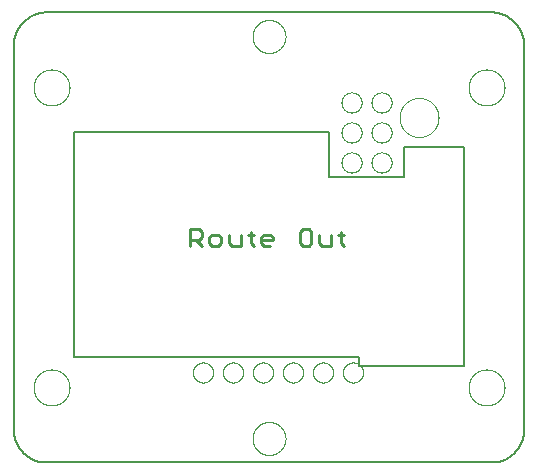
<source format=gko>
G75*
%MOIN*%
%OFA0B0*%
%FSLAX25Y25*%
%IPPOS*%
%LPD*%
%AMOC8*
5,1,8,0,0,1.08239X$1,22.5*
%
%ADD10C,0.00800*%
%ADD11C,0.00000*%
%ADD12C,0.01100*%
D10*
X0011400Y0050000D02*
X0161400Y0050000D01*
X0161668Y0050027D01*
X0161935Y0050060D01*
X0162202Y0050100D01*
X0162467Y0050146D01*
X0162732Y0050199D01*
X0162994Y0050258D01*
X0163256Y0050324D01*
X0163515Y0050396D01*
X0163773Y0050475D01*
X0164029Y0050560D01*
X0164283Y0050651D01*
X0164534Y0050748D01*
X0164783Y0050851D01*
X0165029Y0050960D01*
X0165273Y0051076D01*
X0165513Y0051197D01*
X0165751Y0051324D01*
X0165985Y0051457D01*
X0166216Y0051596D01*
X0166444Y0051740D01*
X0166668Y0051890D01*
X0166888Y0052045D01*
X0167105Y0052206D01*
X0167317Y0052372D01*
X0167525Y0052543D01*
X0167729Y0052719D01*
X0167929Y0052900D01*
X0168124Y0053085D01*
X0168315Y0053276D01*
X0168500Y0053471D01*
X0168681Y0053671D01*
X0168857Y0053875D01*
X0169028Y0054083D01*
X0169194Y0054295D01*
X0169355Y0054512D01*
X0169510Y0054732D01*
X0169660Y0054956D01*
X0169804Y0055184D01*
X0169943Y0055415D01*
X0170076Y0055649D01*
X0170203Y0055887D01*
X0170324Y0056127D01*
X0170440Y0056371D01*
X0170549Y0056617D01*
X0170652Y0056866D01*
X0170749Y0057117D01*
X0170840Y0057371D01*
X0170925Y0057627D01*
X0171004Y0057885D01*
X0171076Y0058144D01*
X0171142Y0058406D01*
X0171201Y0058668D01*
X0171254Y0058933D01*
X0171300Y0059198D01*
X0171340Y0059465D01*
X0171373Y0059732D01*
X0171400Y0060000D01*
X0171400Y0190000D01*
X0171373Y0190268D01*
X0171340Y0190535D01*
X0171300Y0190802D01*
X0171254Y0191067D01*
X0171201Y0191332D01*
X0171142Y0191594D01*
X0171076Y0191856D01*
X0171004Y0192115D01*
X0170925Y0192373D01*
X0170840Y0192629D01*
X0170749Y0192883D01*
X0170652Y0193134D01*
X0170549Y0193383D01*
X0170440Y0193629D01*
X0170324Y0193873D01*
X0170203Y0194113D01*
X0170076Y0194351D01*
X0169943Y0194585D01*
X0169804Y0194816D01*
X0169660Y0195044D01*
X0169510Y0195268D01*
X0169355Y0195488D01*
X0169194Y0195705D01*
X0169028Y0195917D01*
X0168857Y0196125D01*
X0168681Y0196329D01*
X0168500Y0196529D01*
X0168315Y0196724D01*
X0168124Y0196915D01*
X0167929Y0197100D01*
X0167729Y0197281D01*
X0167525Y0197457D01*
X0167317Y0197628D01*
X0167105Y0197794D01*
X0166888Y0197955D01*
X0166668Y0198110D01*
X0166444Y0198260D01*
X0166216Y0198404D01*
X0165985Y0198543D01*
X0165751Y0198676D01*
X0165513Y0198803D01*
X0165273Y0198924D01*
X0165029Y0199040D01*
X0164783Y0199149D01*
X0164534Y0199252D01*
X0164283Y0199349D01*
X0164029Y0199440D01*
X0163773Y0199525D01*
X0163515Y0199604D01*
X0163256Y0199676D01*
X0162994Y0199742D01*
X0162732Y0199801D01*
X0162467Y0199854D01*
X0162202Y0199900D01*
X0161935Y0199940D01*
X0161668Y0199973D01*
X0161400Y0200000D01*
X0011400Y0200000D01*
X0011132Y0199973D01*
X0010865Y0199940D01*
X0010598Y0199900D01*
X0010333Y0199854D01*
X0010068Y0199801D01*
X0009806Y0199742D01*
X0009544Y0199676D01*
X0009285Y0199604D01*
X0009027Y0199525D01*
X0008771Y0199440D01*
X0008517Y0199349D01*
X0008266Y0199252D01*
X0008017Y0199149D01*
X0007771Y0199040D01*
X0007527Y0198924D01*
X0007287Y0198803D01*
X0007049Y0198676D01*
X0006815Y0198543D01*
X0006584Y0198404D01*
X0006356Y0198260D01*
X0006132Y0198110D01*
X0005912Y0197955D01*
X0005695Y0197794D01*
X0005483Y0197628D01*
X0005275Y0197457D01*
X0005071Y0197281D01*
X0004871Y0197100D01*
X0004676Y0196915D01*
X0004485Y0196724D01*
X0004300Y0196529D01*
X0004119Y0196329D01*
X0003943Y0196125D01*
X0003772Y0195917D01*
X0003606Y0195705D01*
X0003445Y0195488D01*
X0003290Y0195268D01*
X0003140Y0195044D01*
X0002996Y0194816D01*
X0002857Y0194585D01*
X0002724Y0194351D01*
X0002597Y0194113D01*
X0002476Y0193873D01*
X0002360Y0193629D01*
X0002251Y0193383D01*
X0002148Y0193134D01*
X0002051Y0192883D01*
X0001960Y0192629D01*
X0001875Y0192373D01*
X0001796Y0192115D01*
X0001724Y0191856D01*
X0001658Y0191594D01*
X0001599Y0191332D01*
X0001546Y0191067D01*
X0001500Y0190802D01*
X0001460Y0190535D01*
X0001427Y0190268D01*
X0001400Y0190000D01*
X0001400Y0060000D01*
X0001427Y0059732D01*
X0001460Y0059465D01*
X0001500Y0059198D01*
X0001546Y0058933D01*
X0001599Y0058668D01*
X0001658Y0058406D01*
X0001724Y0058144D01*
X0001796Y0057885D01*
X0001875Y0057627D01*
X0001960Y0057371D01*
X0002051Y0057117D01*
X0002148Y0056866D01*
X0002251Y0056617D01*
X0002360Y0056371D01*
X0002476Y0056127D01*
X0002597Y0055887D01*
X0002724Y0055649D01*
X0002857Y0055415D01*
X0002996Y0055184D01*
X0003140Y0054956D01*
X0003290Y0054732D01*
X0003445Y0054512D01*
X0003606Y0054295D01*
X0003772Y0054083D01*
X0003943Y0053875D01*
X0004119Y0053671D01*
X0004300Y0053471D01*
X0004485Y0053276D01*
X0004676Y0053085D01*
X0004871Y0052900D01*
X0005071Y0052719D01*
X0005275Y0052543D01*
X0005483Y0052372D01*
X0005695Y0052206D01*
X0005912Y0052045D01*
X0006132Y0051890D01*
X0006356Y0051740D01*
X0006584Y0051596D01*
X0006815Y0051457D01*
X0007049Y0051324D01*
X0007287Y0051197D01*
X0007527Y0051076D01*
X0007771Y0050960D01*
X0008017Y0050851D01*
X0008266Y0050748D01*
X0008517Y0050651D01*
X0008771Y0050560D01*
X0009027Y0050475D01*
X0009285Y0050396D01*
X0009544Y0050324D01*
X0009806Y0050258D01*
X0010068Y0050199D01*
X0010333Y0050146D01*
X0010598Y0050100D01*
X0010865Y0050060D01*
X0011132Y0050027D01*
X0011400Y0050000D01*
X0021400Y0085000D02*
X0021400Y0160000D01*
X0106400Y0160000D01*
X0106400Y0145000D01*
X0131400Y0145000D01*
X0131400Y0155000D01*
X0151400Y0155000D01*
X0151400Y0085000D01*
X0151400Y0082000D01*
X0116400Y0082000D01*
X0116400Y0085000D01*
X0021400Y0085000D01*
D11*
X0007900Y0075000D02*
X0007902Y0075154D01*
X0007908Y0075309D01*
X0007918Y0075463D01*
X0007932Y0075617D01*
X0007950Y0075770D01*
X0007971Y0075923D01*
X0007997Y0076076D01*
X0008027Y0076227D01*
X0008060Y0076378D01*
X0008098Y0076528D01*
X0008139Y0076677D01*
X0008184Y0076825D01*
X0008233Y0076971D01*
X0008286Y0077117D01*
X0008342Y0077260D01*
X0008402Y0077403D01*
X0008466Y0077543D01*
X0008533Y0077683D01*
X0008604Y0077820D01*
X0008678Y0077955D01*
X0008756Y0078089D01*
X0008837Y0078220D01*
X0008922Y0078349D01*
X0009010Y0078477D01*
X0009101Y0078601D01*
X0009195Y0078724D01*
X0009293Y0078844D01*
X0009393Y0078961D01*
X0009497Y0079076D01*
X0009603Y0079188D01*
X0009712Y0079297D01*
X0009824Y0079403D01*
X0009939Y0079507D01*
X0010056Y0079607D01*
X0010176Y0079705D01*
X0010299Y0079799D01*
X0010423Y0079890D01*
X0010551Y0079978D01*
X0010680Y0080063D01*
X0010811Y0080144D01*
X0010945Y0080222D01*
X0011080Y0080296D01*
X0011217Y0080367D01*
X0011357Y0080434D01*
X0011497Y0080498D01*
X0011640Y0080558D01*
X0011783Y0080614D01*
X0011929Y0080667D01*
X0012075Y0080716D01*
X0012223Y0080761D01*
X0012372Y0080802D01*
X0012522Y0080840D01*
X0012673Y0080873D01*
X0012824Y0080903D01*
X0012977Y0080929D01*
X0013130Y0080950D01*
X0013283Y0080968D01*
X0013437Y0080982D01*
X0013591Y0080992D01*
X0013746Y0080998D01*
X0013900Y0081000D01*
X0014054Y0080998D01*
X0014209Y0080992D01*
X0014363Y0080982D01*
X0014517Y0080968D01*
X0014670Y0080950D01*
X0014823Y0080929D01*
X0014976Y0080903D01*
X0015127Y0080873D01*
X0015278Y0080840D01*
X0015428Y0080802D01*
X0015577Y0080761D01*
X0015725Y0080716D01*
X0015871Y0080667D01*
X0016017Y0080614D01*
X0016160Y0080558D01*
X0016303Y0080498D01*
X0016443Y0080434D01*
X0016583Y0080367D01*
X0016720Y0080296D01*
X0016855Y0080222D01*
X0016989Y0080144D01*
X0017120Y0080063D01*
X0017249Y0079978D01*
X0017377Y0079890D01*
X0017501Y0079799D01*
X0017624Y0079705D01*
X0017744Y0079607D01*
X0017861Y0079507D01*
X0017976Y0079403D01*
X0018088Y0079297D01*
X0018197Y0079188D01*
X0018303Y0079076D01*
X0018407Y0078961D01*
X0018507Y0078844D01*
X0018605Y0078724D01*
X0018699Y0078601D01*
X0018790Y0078477D01*
X0018878Y0078349D01*
X0018963Y0078220D01*
X0019044Y0078089D01*
X0019122Y0077955D01*
X0019196Y0077820D01*
X0019267Y0077683D01*
X0019334Y0077543D01*
X0019398Y0077403D01*
X0019458Y0077260D01*
X0019514Y0077117D01*
X0019567Y0076971D01*
X0019616Y0076825D01*
X0019661Y0076677D01*
X0019702Y0076528D01*
X0019740Y0076378D01*
X0019773Y0076227D01*
X0019803Y0076076D01*
X0019829Y0075923D01*
X0019850Y0075770D01*
X0019868Y0075617D01*
X0019882Y0075463D01*
X0019892Y0075309D01*
X0019898Y0075154D01*
X0019900Y0075000D01*
X0019898Y0074846D01*
X0019892Y0074691D01*
X0019882Y0074537D01*
X0019868Y0074383D01*
X0019850Y0074230D01*
X0019829Y0074077D01*
X0019803Y0073924D01*
X0019773Y0073773D01*
X0019740Y0073622D01*
X0019702Y0073472D01*
X0019661Y0073323D01*
X0019616Y0073175D01*
X0019567Y0073029D01*
X0019514Y0072883D01*
X0019458Y0072740D01*
X0019398Y0072597D01*
X0019334Y0072457D01*
X0019267Y0072317D01*
X0019196Y0072180D01*
X0019122Y0072045D01*
X0019044Y0071911D01*
X0018963Y0071780D01*
X0018878Y0071651D01*
X0018790Y0071523D01*
X0018699Y0071399D01*
X0018605Y0071276D01*
X0018507Y0071156D01*
X0018407Y0071039D01*
X0018303Y0070924D01*
X0018197Y0070812D01*
X0018088Y0070703D01*
X0017976Y0070597D01*
X0017861Y0070493D01*
X0017744Y0070393D01*
X0017624Y0070295D01*
X0017501Y0070201D01*
X0017377Y0070110D01*
X0017249Y0070022D01*
X0017120Y0069937D01*
X0016989Y0069856D01*
X0016855Y0069778D01*
X0016720Y0069704D01*
X0016583Y0069633D01*
X0016443Y0069566D01*
X0016303Y0069502D01*
X0016160Y0069442D01*
X0016017Y0069386D01*
X0015871Y0069333D01*
X0015725Y0069284D01*
X0015577Y0069239D01*
X0015428Y0069198D01*
X0015278Y0069160D01*
X0015127Y0069127D01*
X0014976Y0069097D01*
X0014823Y0069071D01*
X0014670Y0069050D01*
X0014517Y0069032D01*
X0014363Y0069018D01*
X0014209Y0069008D01*
X0014054Y0069002D01*
X0013900Y0069000D01*
X0013746Y0069002D01*
X0013591Y0069008D01*
X0013437Y0069018D01*
X0013283Y0069032D01*
X0013130Y0069050D01*
X0012977Y0069071D01*
X0012824Y0069097D01*
X0012673Y0069127D01*
X0012522Y0069160D01*
X0012372Y0069198D01*
X0012223Y0069239D01*
X0012075Y0069284D01*
X0011929Y0069333D01*
X0011783Y0069386D01*
X0011640Y0069442D01*
X0011497Y0069502D01*
X0011357Y0069566D01*
X0011217Y0069633D01*
X0011080Y0069704D01*
X0010945Y0069778D01*
X0010811Y0069856D01*
X0010680Y0069937D01*
X0010551Y0070022D01*
X0010423Y0070110D01*
X0010299Y0070201D01*
X0010176Y0070295D01*
X0010056Y0070393D01*
X0009939Y0070493D01*
X0009824Y0070597D01*
X0009712Y0070703D01*
X0009603Y0070812D01*
X0009497Y0070924D01*
X0009393Y0071039D01*
X0009293Y0071156D01*
X0009195Y0071276D01*
X0009101Y0071399D01*
X0009010Y0071523D01*
X0008922Y0071651D01*
X0008837Y0071780D01*
X0008756Y0071911D01*
X0008678Y0072045D01*
X0008604Y0072180D01*
X0008533Y0072317D01*
X0008466Y0072457D01*
X0008402Y0072597D01*
X0008342Y0072740D01*
X0008286Y0072883D01*
X0008233Y0073029D01*
X0008184Y0073175D01*
X0008139Y0073323D01*
X0008098Y0073472D01*
X0008060Y0073622D01*
X0008027Y0073773D01*
X0007997Y0073924D01*
X0007971Y0074077D01*
X0007950Y0074230D01*
X0007932Y0074383D01*
X0007918Y0074537D01*
X0007908Y0074691D01*
X0007902Y0074846D01*
X0007900Y0075000D01*
X0061054Y0080000D02*
X0061056Y0080115D01*
X0061062Y0080231D01*
X0061072Y0080346D01*
X0061086Y0080461D01*
X0061104Y0080575D01*
X0061126Y0080688D01*
X0061151Y0080801D01*
X0061181Y0080912D01*
X0061214Y0081023D01*
X0061251Y0081132D01*
X0061292Y0081240D01*
X0061337Y0081347D01*
X0061385Y0081452D01*
X0061437Y0081555D01*
X0061493Y0081656D01*
X0061552Y0081756D01*
X0061614Y0081853D01*
X0061680Y0081948D01*
X0061748Y0082041D01*
X0061820Y0082131D01*
X0061895Y0082219D01*
X0061974Y0082304D01*
X0062055Y0082386D01*
X0062138Y0082466D01*
X0062225Y0082542D01*
X0062314Y0082616D01*
X0062405Y0082686D01*
X0062499Y0082754D01*
X0062595Y0082818D01*
X0062694Y0082878D01*
X0062794Y0082935D01*
X0062896Y0082989D01*
X0063000Y0083039D01*
X0063106Y0083086D01*
X0063213Y0083129D01*
X0063322Y0083168D01*
X0063432Y0083203D01*
X0063543Y0083234D01*
X0063655Y0083262D01*
X0063768Y0083286D01*
X0063882Y0083306D01*
X0063997Y0083322D01*
X0064112Y0083334D01*
X0064227Y0083342D01*
X0064342Y0083346D01*
X0064458Y0083346D01*
X0064573Y0083342D01*
X0064688Y0083334D01*
X0064803Y0083322D01*
X0064918Y0083306D01*
X0065032Y0083286D01*
X0065145Y0083262D01*
X0065257Y0083234D01*
X0065368Y0083203D01*
X0065478Y0083168D01*
X0065587Y0083129D01*
X0065694Y0083086D01*
X0065800Y0083039D01*
X0065904Y0082989D01*
X0066006Y0082935D01*
X0066106Y0082878D01*
X0066205Y0082818D01*
X0066301Y0082754D01*
X0066395Y0082686D01*
X0066486Y0082616D01*
X0066575Y0082542D01*
X0066662Y0082466D01*
X0066745Y0082386D01*
X0066826Y0082304D01*
X0066905Y0082219D01*
X0066980Y0082131D01*
X0067052Y0082041D01*
X0067120Y0081948D01*
X0067186Y0081853D01*
X0067248Y0081756D01*
X0067307Y0081656D01*
X0067363Y0081555D01*
X0067415Y0081452D01*
X0067463Y0081347D01*
X0067508Y0081240D01*
X0067549Y0081132D01*
X0067586Y0081023D01*
X0067619Y0080912D01*
X0067649Y0080801D01*
X0067674Y0080688D01*
X0067696Y0080575D01*
X0067714Y0080461D01*
X0067728Y0080346D01*
X0067738Y0080231D01*
X0067744Y0080115D01*
X0067746Y0080000D01*
X0067744Y0079885D01*
X0067738Y0079769D01*
X0067728Y0079654D01*
X0067714Y0079539D01*
X0067696Y0079425D01*
X0067674Y0079312D01*
X0067649Y0079199D01*
X0067619Y0079088D01*
X0067586Y0078977D01*
X0067549Y0078868D01*
X0067508Y0078760D01*
X0067463Y0078653D01*
X0067415Y0078548D01*
X0067363Y0078445D01*
X0067307Y0078344D01*
X0067248Y0078244D01*
X0067186Y0078147D01*
X0067120Y0078052D01*
X0067052Y0077959D01*
X0066980Y0077869D01*
X0066905Y0077781D01*
X0066826Y0077696D01*
X0066745Y0077614D01*
X0066662Y0077534D01*
X0066575Y0077458D01*
X0066486Y0077384D01*
X0066395Y0077314D01*
X0066301Y0077246D01*
X0066205Y0077182D01*
X0066106Y0077122D01*
X0066006Y0077065D01*
X0065904Y0077011D01*
X0065800Y0076961D01*
X0065694Y0076914D01*
X0065587Y0076871D01*
X0065478Y0076832D01*
X0065368Y0076797D01*
X0065257Y0076766D01*
X0065145Y0076738D01*
X0065032Y0076714D01*
X0064918Y0076694D01*
X0064803Y0076678D01*
X0064688Y0076666D01*
X0064573Y0076658D01*
X0064458Y0076654D01*
X0064342Y0076654D01*
X0064227Y0076658D01*
X0064112Y0076666D01*
X0063997Y0076678D01*
X0063882Y0076694D01*
X0063768Y0076714D01*
X0063655Y0076738D01*
X0063543Y0076766D01*
X0063432Y0076797D01*
X0063322Y0076832D01*
X0063213Y0076871D01*
X0063106Y0076914D01*
X0063000Y0076961D01*
X0062896Y0077011D01*
X0062794Y0077065D01*
X0062694Y0077122D01*
X0062595Y0077182D01*
X0062499Y0077246D01*
X0062405Y0077314D01*
X0062314Y0077384D01*
X0062225Y0077458D01*
X0062138Y0077534D01*
X0062055Y0077614D01*
X0061974Y0077696D01*
X0061895Y0077781D01*
X0061820Y0077869D01*
X0061748Y0077959D01*
X0061680Y0078052D01*
X0061614Y0078147D01*
X0061552Y0078244D01*
X0061493Y0078344D01*
X0061437Y0078445D01*
X0061385Y0078548D01*
X0061337Y0078653D01*
X0061292Y0078760D01*
X0061251Y0078868D01*
X0061214Y0078977D01*
X0061181Y0079088D01*
X0061151Y0079199D01*
X0061126Y0079312D01*
X0061104Y0079425D01*
X0061086Y0079539D01*
X0061072Y0079654D01*
X0061062Y0079769D01*
X0061056Y0079885D01*
X0061054Y0080000D01*
X0071054Y0080000D02*
X0071056Y0080115D01*
X0071062Y0080231D01*
X0071072Y0080346D01*
X0071086Y0080461D01*
X0071104Y0080575D01*
X0071126Y0080688D01*
X0071151Y0080801D01*
X0071181Y0080912D01*
X0071214Y0081023D01*
X0071251Y0081132D01*
X0071292Y0081240D01*
X0071337Y0081347D01*
X0071385Y0081452D01*
X0071437Y0081555D01*
X0071493Y0081656D01*
X0071552Y0081756D01*
X0071614Y0081853D01*
X0071680Y0081948D01*
X0071748Y0082041D01*
X0071820Y0082131D01*
X0071895Y0082219D01*
X0071974Y0082304D01*
X0072055Y0082386D01*
X0072138Y0082466D01*
X0072225Y0082542D01*
X0072314Y0082616D01*
X0072405Y0082686D01*
X0072499Y0082754D01*
X0072595Y0082818D01*
X0072694Y0082878D01*
X0072794Y0082935D01*
X0072896Y0082989D01*
X0073000Y0083039D01*
X0073106Y0083086D01*
X0073213Y0083129D01*
X0073322Y0083168D01*
X0073432Y0083203D01*
X0073543Y0083234D01*
X0073655Y0083262D01*
X0073768Y0083286D01*
X0073882Y0083306D01*
X0073997Y0083322D01*
X0074112Y0083334D01*
X0074227Y0083342D01*
X0074342Y0083346D01*
X0074458Y0083346D01*
X0074573Y0083342D01*
X0074688Y0083334D01*
X0074803Y0083322D01*
X0074918Y0083306D01*
X0075032Y0083286D01*
X0075145Y0083262D01*
X0075257Y0083234D01*
X0075368Y0083203D01*
X0075478Y0083168D01*
X0075587Y0083129D01*
X0075694Y0083086D01*
X0075800Y0083039D01*
X0075904Y0082989D01*
X0076006Y0082935D01*
X0076106Y0082878D01*
X0076205Y0082818D01*
X0076301Y0082754D01*
X0076395Y0082686D01*
X0076486Y0082616D01*
X0076575Y0082542D01*
X0076662Y0082466D01*
X0076745Y0082386D01*
X0076826Y0082304D01*
X0076905Y0082219D01*
X0076980Y0082131D01*
X0077052Y0082041D01*
X0077120Y0081948D01*
X0077186Y0081853D01*
X0077248Y0081756D01*
X0077307Y0081656D01*
X0077363Y0081555D01*
X0077415Y0081452D01*
X0077463Y0081347D01*
X0077508Y0081240D01*
X0077549Y0081132D01*
X0077586Y0081023D01*
X0077619Y0080912D01*
X0077649Y0080801D01*
X0077674Y0080688D01*
X0077696Y0080575D01*
X0077714Y0080461D01*
X0077728Y0080346D01*
X0077738Y0080231D01*
X0077744Y0080115D01*
X0077746Y0080000D01*
X0077744Y0079885D01*
X0077738Y0079769D01*
X0077728Y0079654D01*
X0077714Y0079539D01*
X0077696Y0079425D01*
X0077674Y0079312D01*
X0077649Y0079199D01*
X0077619Y0079088D01*
X0077586Y0078977D01*
X0077549Y0078868D01*
X0077508Y0078760D01*
X0077463Y0078653D01*
X0077415Y0078548D01*
X0077363Y0078445D01*
X0077307Y0078344D01*
X0077248Y0078244D01*
X0077186Y0078147D01*
X0077120Y0078052D01*
X0077052Y0077959D01*
X0076980Y0077869D01*
X0076905Y0077781D01*
X0076826Y0077696D01*
X0076745Y0077614D01*
X0076662Y0077534D01*
X0076575Y0077458D01*
X0076486Y0077384D01*
X0076395Y0077314D01*
X0076301Y0077246D01*
X0076205Y0077182D01*
X0076106Y0077122D01*
X0076006Y0077065D01*
X0075904Y0077011D01*
X0075800Y0076961D01*
X0075694Y0076914D01*
X0075587Y0076871D01*
X0075478Y0076832D01*
X0075368Y0076797D01*
X0075257Y0076766D01*
X0075145Y0076738D01*
X0075032Y0076714D01*
X0074918Y0076694D01*
X0074803Y0076678D01*
X0074688Y0076666D01*
X0074573Y0076658D01*
X0074458Y0076654D01*
X0074342Y0076654D01*
X0074227Y0076658D01*
X0074112Y0076666D01*
X0073997Y0076678D01*
X0073882Y0076694D01*
X0073768Y0076714D01*
X0073655Y0076738D01*
X0073543Y0076766D01*
X0073432Y0076797D01*
X0073322Y0076832D01*
X0073213Y0076871D01*
X0073106Y0076914D01*
X0073000Y0076961D01*
X0072896Y0077011D01*
X0072794Y0077065D01*
X0072694Y0077122D01*
X0072595Y0077182D01*
X0072499Y0077246D01*
X0072405Y0077314D01*
X0072314Y0077384D01*
X0072225Y0077458D01*
X0072138Y0077534D01*
X0072055Y0077614D01*
X0071974Y0077696D01*
X0071895Y0077781D01*
X0071820Y0077869D01*
X0071748Y0077959D01*
X0071680Y0078052D01*
X0071614Y0078147D01*
X0071552Y0078244D01*
X0071493Y0078344D01*
X0071437Y0078445D01*
X0071385Y0078548D01*
X0071337Y0078653D01*
X0071292Y0078760D01*
X0071251Y0078868D01*
X0071214Y0078977D01*
X0071181Y0079088D01*
X0071151Y0079199D01*
X0071126Y0079312D01*
X0071104Y0079425D01*
X0071086Y0079539D01*
X0071072Y0079654D01*
X0071062Y0079769D01*
X0071056Y0079885D01*
X0071054Y0080000D01*
X0081054Y0080000D02*
X0081056Y0080115D01*
X0081062Y0080231D01*
X0081072Y0080346D01*
X0081086Y0080461D01*
X0081104Y0080575D01*
X0081126Y0080688D01*
X0081151Y0080801D01*
X0081181Y0080912D01*
X0081214Y0081023D01*
X0081251Y0081132D01*
X0081292Y0081240D01*
X0081337Y0081347D01*
X0081385Y0081452D01*
X0081437Y0081555D01*
X0081493Y0081656D01*
X0081552Y0081756D01*
X0081614Y0081853D01*
X0081680Y0081948D01*
X0081748Y0082041D01*
X0081820Y0082131D01*
X0081895Y0082219D01*
X0081974Y0082304D01*
X0082055Y0082386D01*
X0082138Y0082466D01*
X0082225Y0082542D01*
X0082314Y0082616D01*
X0082405Y0082686D01*
X0082499Y0082754D01*
X0082595Y0082818D01*
X0082694Y0082878D01*
X0082794Y0082935D01*
X0082896Y0082989D01*
X0083000Y0083039D01*
X0083106Y0083086D01*
X0083213Y0083129D01*
X0083322Y0083168D01*
X0083432Y0083203D01*
X0083543Y0083234D01*
X0083655Y0083262D01*
X0083768Y0083286D01*
X0083882Y0083306D01*
X0083997Y0083322D01*
X0084112Y0083334D01*
X0084227Y0083342D01*
X0084342Y0083346D01*
X0084458Y0083346D01*
X0084573Y0083342D01*
X0084688Y0083334D01*
X0084803Y0083322D01*
X0084918Y0083306D01*
X0085032Y0083286D01*
X0085145Y0083262D01*
X0085257Y0083234D01*
X0085368Y0083203D01*
X0085478Y0083168D01*
X0085587Y0083129D01*
X0085694Y0083086D01*
X0085800Y0083039D01*
X0085904Y0082989D01*
X0086006Y0082935D01*
X0086106Y0082878D01*
X0086205Y0082818D01*
X0086301Y0082754D01*
X0086395Y0082686D01*
X0086486Y0082616D01*
X0086575Y0082542D01*
X0086662Y0082466D01*
X0086745Y0082386D01*
X0086826Y0082304D01*
X0086905Y0082219D01*
X0086980Y0082131D01*
X0087052Y0082041D01*
X0087120Y0081948D01*
X0087186Y0081853D01*
X0087248Y0081756D01*
X0087307Y0081656D01*
X0087363Y0081555D01*
X0087415Y0081452D01*
X0087463Y0081347D01*
X0087508Y0081240D01*
X0087549Y0081132D01*
X0087586Y0081023D01*
X0087619Y0080912D01*
X0087649Y0080801D01*
X0087674Y0080688D01*
X0087696Y0080575D01*
X0087714Y0080461D01*
X0087728Y0080346D01*
X0087738Y0080231D01*
X0087744Y0080115D01*
X0087746Y0080000D01*
X0087744Y0079885D01*
X0087738Y0079769D01*
X0087728Y0079654D01*
X0087714Y0079539D01*
X0087696Y0079425D01*
X0087674Y0079312D01*
X0087649Y0079199D01*
X0087619Y0079088D01*
X0087586Y0078977D01*
X0087549Y0078868D01*
X0087508Y0078760D01*
X0087463Y0078653D01*
X0087415Y0078548D01*
X0087363Y0078445D01*
X0087307Y0078344D01*
X0087248Y0078244D01*
X0087186Y0078147D01*
X0087120Y0078052D01*
X0087052Y0077959D01*
X0086980Y0077869D01*
X0086905Y0077781D01*
X0086826Y0077696D01*
X0086745Y0077614D01*
X0086662Y0077534D01*
X0086575Y0077458D01*
X0086486Y0077384D01*
X0086395Y0077314D01*
X0086301Y0077246D01*
X0086205Y0077182D01*
X0086106Y0077122D01*
X0086006Y0077065D01*
X0085904Y0077011D01*
X0085800Y0076961D01*
X0085694Y0076914D01*
X0085587Y0076871D01*
X0085478Y0076832D01*
X0085368Y0076797D01*
X0085257Y0076766D01*
X0085145Y0076738D01*
X0085032Y0076714D01*
X0084918Y0076694D01*
X0084803Y0076678D01*
X0084688Y0076666D01*
X0084573Y0076658D01*
X0084458Y0076654D01*
X0084342Y0076654D01*
X0084227Y0076658D01*
X0084112Y0076666D01*
X0083997Y0076678D01*
X0083882Y0076694D01*
X0083768Y0076714D01*
X0083655Y0076738D01*
X0083543Y0076766D01*
X0083432Y0076797D01*
X0083322Y0076832D01*
X0083213Y0076871D01*
X0083106Y0076914D01*
X0083000Y0076961D01*
X0082896Y0077011D01*
X0082794Y0077065D01*
X0082694Y0077122D01*
X0082595Y0077182D01*
X0082499Y0077246D01*
X0082405Y0077314D01*
X0082314Y0077384D01*
X0082225Y0077458D01*
X0082138Y0077534D01*
X0082055Y0077614D01*
X0081974Y0077696D01*
X0081895Y0077781D01*
X0081820Y0077869D01*
X0081748Y0077959D01*
X0081680Y0078052D01*
X0081614Y0078147D01*
X0081552Y0078244D01*
X0081493Y0078344D01*
X0081437Y0078445D01*
X0081385Y0078548D01*
X0081337Y0078653D01*
X0081292Y0078760D01*
X0081251Y0078868D01*
X0081214Y0078977D01*
X0081181Y0079088D01*
X0081151Y0079199D01*
X0081126Y0079312D01*
X0081104Y0079425D01*
X0081086Y0079539D01*
X0081072Y0079654D01*
X0081062Y0079769D01*
X0081056Y0079885D01*
X0081054Y0080000D01*
X0091054Y0080000D02*
X0091056Y0080115D01*
X0091062Y0080231D01*
X0091072Y0080346D01*
X0091086Y0080461D01*
X0091104Y0080575D01*
X0091126Y0080688D01*
X0091151Y0080801D01*
X0091181Y0080912D01*
X0091214Y0081023D01*
X0091251Y0081132D01*
X0091292Y0081240D01*
X0091337Y0081347D01*
X0091385Y0081452D01*
X0091437Y0081555D01*
X0091493Y0081656D01*
X0091552Y0081756D01*
X0091614Y0081853D01*
X0091680Y0081948D01*
X0091748Y0082041D01*
X0091820Y0082131D01*
X0091895Y0082219D01*
X0091974Y0082304D01*
X0092055Y0082386D01*
X0092138Y0082466D01*
X0092225Y0082542D01*
X0092314Y0082616D01*
X0092405Y0082686D01*
X0092499Y0082754D01*
X0092595Y0082818D01*
X0092694Y0082878D01*
X0092794Y0082935D01*
X0092896Y0082989D01*
X0093000Y0083039D01*
X0093106Y0083086D01*
X0093213Y0083129D01*
X0093322Y0083168D01*
X0093432Y0083203D01*
X0093543Y0083234D01*
X0093655Y0083262D01*
X0093768Y0083286D01*
X0093882Y0083306D01*
X0093997Y0083322D01*
X0094112Y0083334D01*
X0094227Y0083342D01*
X0094342Y0083346D01*
X0094458Y0083346D01*
X0094573Y0083342D01*
X0094688Y0083334D01*
X0094803Y0083322D01*
X0094918Y0083306D01*
X0095032Y0083286D01*
X0095145Y0083262D01*
X0095257Y0083234D01*
X0095368Y0083203D01*
X0095478Y0083168D01*
X0095587Y0083129D01*
X0095694Y0083086D01*
X0095800Y0083039D01*
X0095904Y0082989D01*
X0096006Y0082935D01*
X0096106Y0082878D01*
X0096205Y0082818D01*
X0096301Y0082754D01*
X0096395Y0082686D01*
X0096486Y0082616D01*
X0096575Y0082542D01*
X0096662Y0082466D01*
X0096745Y0082386D01*
X0096826Y0082304D01*
X0096905Y0082219D01*
X0096980Y0082131D01*
X0097052Y0082041D01*
X0097120Y0081948D01*
X0097186Y0081853D01*
X0097248Y0081756D01*
X0097307Y0081656D01*
X0097363Y0081555D01*
X0097415Y0081452D01*
X0097463Y0081347D01*
X0097508Y0081240D01*
X0097549Y0081132D01*
X0097586Y0081023D01*
X0097619Y0080912D01*
X0097649Y0080801D01*
X0097674Y0080688D01*
X0097696Y0080575D01*
X0097714Y0080461D01*
X0097728Y0080346D01*
X0097738Y0080231D01*
X0097744Y0080115D01*
X0097746Y0080000D01*
X0097744Y0079885D01*
X0097738Y0079769D01*
X0097728Y0079654D01*
X0097714Y0079539D01*
X0097696Y0079425D01*
X0097674Y0079312D01*
X0097649Y0079199D01*
X0097619Y0079088D01*
X0097586Y0078977D01*
X0097549Y0078868D01*
X0097508Y0078760D01*
X0097463Y0078653D01*
X0097415Y0078548D01*
X0097363Y0078445D01*
X0097307Y0078344D01*
X0097248Y0078244D01*
X0097186Y0078147D01*
X0097120Y0078052D01*
X0097052Y0077959D01*
X0096980Y0077869D01*
X0096905Y0077781D01*
X0096826Y0077696D01*
X0096745Y0077614D01*
X0096662Y0077534D01*
X0096575Y0077458D01*
X0096486Y0077384D01*
X0096395Y0077314D01*
X0096301Y0077246D01*
X0096205Y0077182D01*
X0096106Y0077122D01*
X0096006Y0077065D01*
X0095904Y0077011D01*
X0095800Y0076961D01*
X0095694Y0076914D01*
X0095587Y0076871D01*
X0095478Y0076832D01*
X0095368Y0076797D01*
X0095257Y0076766D01*
X0095145Y0076738D01*
X0095032Y0076714D01*
X0094918Y0076694D01*
X0094803Y0076678D01*
X0094688Y0076666D01*
X0094573Y0076658D01*
X0094458Y0076654D01*
X0094342Y0076654D01*
X0094227Y0076658D01*
X0094112Y0076666D01*
X0093997Y0076678D01*
X0093882Y0076694D01*
X0093768Y0076714D01*
X0093655Y0076738D01*
X0093543Y0076766D01*
X0093432Y0076797D01*
X0093322Y0076832D01*
X0093213Y0076871D01*
X0093106Y0076914D01*
X0093000Y0076961D01*
X0092896Y0077011D01*
X0092794Y0077065D01*
X0092694Y0077122D01*
X0092595Y0077182D01*
X0092499Y0077246D01*
X0092405Y0077314D01*
X0092314Y0077384D01*
X0092225Y0077458D01*
X0092138Y0077534D01*
X0092055Y0077614D01*
X0091974Y0077696D01*
X0091895Y0077781D01*
X0091820Y0077869D01*
X0091748Y0077959D01*
X0091680Y0078052D01*
X0091614Y0078147D01*
X0091552Y0078244D01*
X0091493Y0078344D01*
X0091437Y0078445D01*
X0091385Y0078548D01*
X0091337Y0078653D01*
X0091292Y0078760D01*
X0091251Y0078868D01*
X0091214Y0078977D01*
X0091181Y0079088D01*
X0091151Y0079199D01*
X0091126Y0079312D01*
X0091104Y0079425D01*
X0091086Y0079539D01*
X0091072Y0079654D01*
X0091062Y0079769D01*
X0091056Y0079885D01*
X0091054Y0080000D01*
X0101054Y0080000D02*
X0101056Y0080115D01*
X0101062Y0080231D01*
X0101072Y0080346D01*
X0101086Y0080461D01*
X0101104Y0080575D01*
X0101126Y0080688D01*
X0101151Y0080801D01*
X0101181Y0080912D01*
X0101214Y0081023D01*
X0101251Y0081132D01*
X0101292Y0081240D01*
X0101337Y0081347D01*
X0101385Y0081452D01*
X0101437Y0081555D01*
X0101493Y0081656D01*
X0101552Y0081756D01*
X0101614Y0081853D01*
X0101680Y0081948D01*
X0101748Y0082041D01*
X0101820Y0082131D01*
X0101895Y0082219D01*
X0101974Y0082304D01*
X0102055Y0082386D01*
X0102138Y0082466D01*
X0102225Y0082542D01*
X0102314Y0082616D01*
X0102405Y0082686D01*
X0102499Y0082754D01*
X0102595Y0082818D01*
X0102694Y0082878D01*
X0102794Y0082935D01*
X0102896Y0082989D01*
X0103000Y0083039D01*
X0103106Y0083086D01*
X0103213Y0083129D01*
X0103322Y0083168D01*
X0103432Y0083203D01*
X0103543Y0083234D01*
X0103655Y0083262D01*
X0103768Y0083286D01*
X0103882Y0083306D01*
X0103997Y0083322D01*
X0104112Y0083334D01*
X0104227Y0083342D01*
X0104342Y0083346D01*
X0104458Y0083346D01*
X0104573Y0083342D01*
X0104688Y0083334D01*
X0104803Y0083322D01*
X0104918Y0083306D01*
X0105032Y0083286D01*
X0105145Y0083262D01*
X0105257Y0083234D01*
X0105368Y0083203D01*
X0105478Y0083168D01*
X0105587Y0083129D01*
X0105694Y0083086D01*
X0105800Y0083039D01*
X0105904Y0082989D01*
X0106006Y0082935D01*
X0106106Y0082878D01*
X0106205Y0082818D01*
X0106301Y0082754D01*
X0106395Y0082686D01*
X0106486Y0082616D01*
X0106575Y0082542D01*
X0106662Y0082466D01*
X0106745Y0082386D01*
X0106826Y0082304D01*
X0106905Y0082219D01*
X0106980Y0082131D01*
X0107052Y0082041D01*
X0107120Y0081948D01*
X0107186Y0081853D01*
X0107248Y0081756D01*
X0107307Y0081656D01*
X0107363Y0081555D01*
X0107415Y0081452D01*
X0107463Y0081347D01*
X0107508Y0081240D01*
X0107549Y0081132D01*
X0107586Y0081023D01*
X0107619Y0080912D01*
X0107649Y0080801D01*
X0107674Y0080688D01*
X0107696Y0080575D01*
X0107714Y0080461D01*
X0107728Y0080346D01*
X0107738Y0080231D01*
X0107744Y0080115D01*
X0107746Y0080000D01*
X0107744Y0079885D01*
X0107738Y0079769D01*
X0107728Y0079654D01*
X0107714Y0079539D01*
X0107696Y0079425D01*
X0107674Y0079312D01*
X0107649Y0079199D01*
X0107619Y0079088D01*
X0107586Y0078977D01*
X0107549Y0078868D01*
X0107508Y0078760D01*
X0107463Y0078653D01*
X0107415Y0078548D01*
X0107363Y0078445D01*
X0107307Y0078344D01*
X0107248Y0078244D01*
X0107186Y0078147D01*
X0107120Y0078052D01*
X0107052Y0077959D01*
X0106980Y0077869D01*
X0106905Y0077781D01*
X0106826Y0077696D01*
X0106745Y0077614D01*
X0106662Y0077534D01*
X0106575Y0077458D01*
X0106486Y0077384D01*
X0106395Y0077314D01*
X0106301Y0077246D01*
X0106205Y0077182D01*
X0106106Y0077122D01*
X0106006Y0077065D01*
X0105904Y0077011D01*
X0105800Y0076961D01*
X0105694Y0076914D01*
X0105587Y0076871D01*
X0105478Y0076832D01*
X0105368Y0076797D01*
X0105257Y0076766D01*
X0105145Y0076738D01*
X0105032Y0076714D01*
X0104918Y0076694D01*
X0104803Y0076678D01*
X0104688Y0076666D01*
X0104573Y0076658D01*
X0104458Y0076654D01*
X0104342Y0076654D01*
X0104227Y0076658D01*
X0104112Y0076666D01*
X0103997Y0076678D01*
X0103882Y0076694D01*
X0103768Y0076714D01*
X0103655Y0076738D01*
X0103543Y0076766D01*
X0103432Y0076797D01*
X0103322Y0076832D01*
X0103213Y0076871D01*
X0103106Y0076914D01*
X0103000Y0076961D01*
X0102896Y0077011D01*
X0102794Y0077065D01*
X0102694Y0077122D01*
X0102595Y0077182D01*
X0102499Y0077246D01*
X0102405Y0077314D01*
X0102314Y0077384D01*
X0102225Y0077458D01*
X0102138Y0077534D01*
X0102055Y0077614D01*
X0101974Y0077696D01*
X0101895Y0077781D01*
X0101820Y0077869D01*
X0101748Y0077959D01*
X0101680Y0078052D01*
X0101614Y0078147D01*
X0101552Y0078244D01*
X0101493Y0078344D01*
X0101437Y0078445D01*
X0101385Y0078548D01*
X0101337Y0078653D01*
X0101292Y0078760D01*
X0101251Y0078868D01*
X0101214Y0078977D01*
X0101181Y0079088D01*
X0101151Y0079199D01*
X0101126Y0079312D01*
X0101104Y0079425D01*
X0101086Y0079539D01*
X0101072Y0079654D01*
X0101062Y0079769D01*
X0101056Y0079885D01*
X0101054Y0080000D01*
X0111054Y0080000D02*
X0111056Y0080115D01*
X0111062Y0080231D01*
X0111072Y0080346D01*
X0111086Y0080461D01*
X0111104Y0080575D01*
X0111126Y0080688D01*
X0111151Y0080801D01*
X0111181Y0080912D01*
X0111214Y0081023D01*
X0111251Y0081132D01*
X0111292Y0081240D01*
X0111337Y0081347D01*
X0111385Y0081452D01*
X0111437Y0081555D01*
X0111493Y0081656D01*
X0111552Y0081756D01*
X0111614Y0081853D01*
X0111680Y0081948D01*
X0111748Y0082041D01*
X0111820Y0082131D01*
X0111895Y0082219D01*
X0111974Y0082304D01*
X0112055Y0082386D01*
X0112138Y0082466D01*
X0112225Y0082542D01*
X0112314Y0082616D01*
X0112405Y0082686D01*
X0112499Y0082754D01*
X0112595Y0082818D01*
X0112694Y0082878D01*
X0112794Y0082935D01*
X0112896Y0082989D01*
X0113000Y0083039D01*
X0113106Y0083086D01*
X0113213Y0083129D01*
X0113322Y0083168D01*
X0113432Y0083203D01*
X0113543Y0083234D01*
X0113655Y0083262D01*
X0113768Y0083286D01*
X0113882Y0083306D01*
X0113997Y0083322D01*
X0114112Y0083334D01*
X0114227Y0083342D01*
X0114342Y0083346D01*
X0114458Y0083346D01*
X0114573Y0083342D01*
X0114688Y0083334D01*
X0114803Y0083322D01*
X0114918Y0083306D01*
X0115032Y0083286D01*
X0115145Y0083262D01*
X0115257Y0083234D01*
X0115368Y0083203D01*
X0115478Y0083168D01*
X0115587Y0083129D01*
X0115694Y0083086D01*
X0115800Y0083039D01*
X0115904Y0082989D01*
X0116006Y0082935D01*
X0116106Y0082878D01*
X0116205Y0082818D01*
X0116301Y0082754D01*
X0116395Y0082686D01*
X0116486Y0082616D01*
X0116575Y0082542D01*
X0116662Y0082466D01*
X0116745Y0082386D01*
X0116826Y0082304D01*
X0116905Y0082219D01*
X0116980Y0082131D01*
X0117052Y0082041D01*
X0117120Y0081948D01*
X0117186Y0081853D01*
X0117248Y0081756D01*
X0117307Y0081656D01*
X0117363Y0081555D01*
X0117415Y0081452D01*
X0117463Y0081347D01*
X0117508Y0081240D01*
X0117549Y0081132D01*
X0117586Y0081023D01*
X0117619Y0080912D01*
X0117649Y0080801D01*
X0117674Y0080688D01*
X0117696Y0080575D01*
X0117714Y0080461D01*
X0117728Y0080346D01*
X0117738Y0080231D01*
X0117744Y0080115D01*
X0117746Y0080000D01*
X0117744Y0079885D01*
X0117738Y0079769D01*
X0117728Y0079654D01*
X0117714Y0079539D01*
X0117696Y0079425D01*
X0117674Y0079312D01*
X0117649Y0079199D01*
X0117619Y0079088D01*
X0117586Y0078977D01*
X0117549Y0078868D01*
X0117508Y0078760D01*
X0117463Y0078653D01*
X0117415Y0078548D01*
X0117363Y0078445D01*
X0117307Y0078344D01*
X0117248Y0078244D01*
X0117186Y0078147D01*
X0117120Y0078052D01*
X0117052Y0077959D01*
X0116980Y0077869D01*
X0116905Y0077781D01*
X0116826Y0077696D01*
X0116745Y0077614D01*
X0116662Y0077534D01*
X0116575Y0077458D01*
X0116486Y0077384D01*
X0116395Y0077314D01*
X0116301Y0077246D01*
X0116205Y0077182D01*
X0116106Y0077122D01*
X0116006Y0077065D01*
X0115904Y0077011D01*
X0115800Y0076961D01*
X0115694Y0076914D01*
X0115587Y0076871D01*
X0115478Y0076832D01*
X0115368Y0076797D01*
X0115257Y0076766D01*
X0115145Y0076738D01*
X0115032Y0076714D01*
X0114918Y0076694D01*
X0114803Y0076678D01*
X0114688Y0076666D01*
X0114573Y0076658D01*
X0114458Y0076654D01*
X0114342Y0076654D01*
X0114227Y0076658D01*
X0114112Y0076666D01*
X0113997Y0076678D01*
X0113882Y0076694D01*
X0113768Y0076714D01*
X0113655Y0076738D01*
X0113543Y0076766D01*
X0113432Y0076797D01*
X0113322Y0076832D01*
X0113213Y0076871D01*
X0113106Y0076914D01*
X0113000Y0076961D01*
X0112896Y0077011D01*
X0112794Y0077065D01*
X0112694Y0077122D01*
X0112595Y0077182D01*
X0112499Y0077246D01*
X0112405Y0077314D01*
X0112314Y0077384D01*
X0112225Y0077458D01*
X0112138Y0077534D01*
X0112055Y0077614D01*
X0111974Y0077696D01*
X0111895Y0077781D01*
X0111820Y0077869D01*
X0111748Y0077959D01*
X0111680Y0078052D01*
X0111614Y0078147D01*
X0111552Y0078244D01*
X0111493Y0078344D01*
X0111437Y0078445D01*
X0111385Y0078548D01*
X0111337Y0078653D01*
X0111292Y0078760D01*
X0111251Y0078868D01*
X0111214Y0078977D01*
X0111181Y0079088D01*
X0111151Y0079199D01*
X0111126Y0079312D01*
X0111104Y0079425D01*
X0111086Y0079539D01*
X0111072Y0079654D01*
X0111062Y0079769D01*
X0111056Y0079885D01*
X0111054Y0080000D01*
X0152900Y0075000D02*
X0152902Y0075154D01*
X0152908Y0075309D01*
X0152918Y0075463D01*
X0152932Y0075617D01*
X0152950Y0075770D01*
X0152971Y0075923D01*
X0152997Y0076076D01*
X0153027Y0076227D01*
X0153060Y0076378D01*
X0153098Y0076528D01*
X0153139Y0076677D01*
X0153184Y0076825D01*
X0153233Y0076971D01*
X0153286Y0077117D01*
X0153342Y0077260D01*
X0153402Y0077403D01*
X0153466Y0077543D01*
X0153533Y0077683D01*
X0153604Y0077820D01*
X0153678Y0077955D01*
X0153756Y0078089D01*
X0153837Y0078220D01*
X0153922Y0078349D01*
X0154010Y0078477D01*
X0154101Y0078601D01*
X0154195Y0078724D01*
X0154293Y0078844D01*
X0154393Y0078961D01*
X0154497Y0079076D01*
X0154603Y0079188D01*
X0154712Y0079297D01*
X0154824Y0079403D01*
X0154939Y0079507D01*
X0155056Y0079607D01*
X0155176Y0079705D01*
X0155299Y0079799D01*
X0155423Y0079890D01*
X0155551Y0079978D01*
X0155680Y0080063D01*
X0155811Y0080144D01*
X0155945Y0080222D01*
X0156080Y0080296D01*
X0156217Y0080367D01*
X0156357Y0080434D01*
X0156497Y0080498D01*
X0156640Y0080558D01*
X0156783Y0080614D01*
X0156929Y0080667D01*
X0157075Y0080716D01*
X0157223Y0080761D01*
X0157372Y0080802D01*
X0157522Y0080840D01*
X0157673Y0080873D01*
X0157824Y0080903D01*
X0157977Y0080929D01*
X0158130Y0080950D01*
X0158283Y0080968D01*
X0158437Y0080982D01*
X0158591Y0080992D01*
X0158746Y0080998D01*
X0158900Y0081000D01*
X0159054Y0080998D01*
X0159209Y0080992D01*
X0159363Y0080982D01*
X0159517Y0080968D01*
X0159670Y0080950D01*
X0159823Y0080929D01*
X0159976Y0080903D01*
X0160127Y0080873D01*
X0160278Y0080840D01*
X0160428Y0080802D01*
X0160577Y0080761D01*
X0160725Y0080716D01*
X0160871Y0080667D01*
X0161017Y0080614D01*
X0161160Y0080558D01*
X0161303Y0080498D01*
X0161443Y0080434D01*
X0161583Y0080367D01*
X0161720Y0080296D01*
X0161855Y0080222D01*
X0161989Y0080144D01*
X0162120Y0080063D01*
X0162249Y0079978D01*
X0162377Y0079890D01*
X0162501Y0079799D01*
X0162624Y0079705D01*
X0162744Y0079607D01*
X0162861Y0079507D01*
X0162976Y0079403D01*
X0163088Y0079297D01*
X0163197Y0079188D01*
X0163303Y0079076D01*
X0163407Y0078961D01*
X0163507Y0078844D01*
X0163605Y0078724D01*
X0163699Y0078601D01*
X0163790Y0078477D01*
X0163878Y0078349D01*
X0163963Y0078220D01*
X0164044Y0078089D01*
X0164122Y0077955D01*
X0164196Y0077820D01*
X0164267Y0077683D01*
X0164334Y0077543D01*
X0164398Y0077403D01*
X0164458Y0077260D01*
X0164514Y0077117D01*
X0164567Y0076971D01*
X0164616Y0076825D01*
X0164661Y0076677D01*
X0164702Y0076528D01*
X0164740Y0076378D01*
X0164773Y0076227D01*
X0164803Y0076076D01*
X0164829Y0075923D01*
X0164850Y0075770D01*
X0164868Y0075617D01*
X0164882Y0075463D01*
X0164892Y0075309D01*
X0164898Y0075154D01*
X0164900Y0075000D01*
X0164898Y0074846D01*
X0164892Y0074691D01*
X0164882Y0074537D01*
X0164868Y0074383D01*
X0164850Y0074230D01*
X0164829Y0074077D01*
X0164803Y0073924D01*
X0164773Y0073773D01*
X0164740Y0073622D01*
X0164702Y0073472D01*
X0164661Y0073323D01*
X0164616Y0073175D01*
X0164567Y0073029D01*
X0164514Y0072883D01*
X0164458Y0072740D01*
X0164398Y0072597D01*
X0164334Y0072457D01*
X0164267Y0072317D01*
X0164196Y0072180D01*
X0164122Y0072045D01*
X0164044Y0071911D01*
X0163963Y0071780D01*
X0163878Y0071651D01*
X0163790Y0071523D01*
X0163699Y0071399D01*
X0163605Y0071276D01*
X0163507Y0071156D01*
X0163407Y0071039D01*
X0163303Y0070924D01*
X0163197Y0070812D01*
X0163088Y0070703D01*
X0162976Y0070597D01*
X0162861Y0070493D01*
X0162744Y0070393D01*
X0162624Y0070295D01*
X0162501Y0070201D01*
X0162377Y0070110D01*
X0162249Y0070022D01*
X0162120Y0069937D01*
X0161989Y0069856D01*
X0161855Y0069778D01*
X0161720Y0069704D01*
X0161583Y0069633D01*
X0161443Y0069566D01*
X0161303Y0069502D01*
X0161160Y0069442D01*
X0161017Y0069386D01*
X0160871Y0069333D01*
X0160725Y0069284D01*
X0160577Y0069239D01*
X0160428Y0069198D01*
X0160278Y0069160D01*
X0160127Y0069127D01*
X0159976Y0069097D01*
X0159823Y0069071D01*
X0159670Y0069050D01*
X0159517Y0069032D01*
X0159363Y0069018D01*
X0159209Y0069008D01*
X0159054Y0069002D01*
X0158900Y0069000D01*
X0158746Y0069002D01*
X0158591Y0069008D01*
X0158437Y0069018D01*
X0158283Y0069032D01*
X0158130Y0069050D01*
X0157977Y0069071D01*
X0157824Y0069097D01*
X0157673Y0069127D01*
X0157522Y0069160D01*
X0157372Y0069198D01*
X0157223Y0069239D01*
X0157075Y0069284D01*
X0156929Y0069333D01*
X0156783Y0069386D01*
X0156640Y0069442D01*
X0156497Y0069502D01*
X0156357Y0069566D01*
X0156217Y0069633D01*
X0156080Y0069704D01*
X0155945Y0069778D01*
X0155811Y0069856D01*
X0155680Y0069937D01*
X0155551Y0070022D01*
X0155423Y0070110D01*
X0155299Y0070201D01*
X0155176Y0070295D01*
X0155056Y0070393D01*
X0154939Y0070493D01*
X0154824Y0070597D01*
X0154712Y0070703D01*
X0154603Y0070812D01*
X0154497Y0070924D01*
X0154393Y0071039D01*
X0154293Y0071156D01*
X0154195Y0071276D01*
X0154101Y0071399D01*
X0154010Y0071523D01*
X0153922Y0071651D01*
X0153837Y0071780D01*
X0153756Y0071911D01*
X0153678Y0072045D01*
X0153604Y0072180D01*
X0153533Y0072317D01*
X0153466Y0072457D01*
X0153402Y0072597D01*
X0153342Y0072740D01*
X0153286Y0072883D01*
X0153233Y0073029D01*
X0153184Y0073175D01*
X0153139Y0073323D01*
X0153098Y0073472D01*
X0153060Y0073622D01*
X0153027Y0073773D01*
X0152997Y0073924D01*
X0152971Y0074077D01*
X0152950Y0074230D01*
X0152932Y0074383D01*
X0152918Y0074537D01*
X0152908Y0074691D01*
X0152902Y0074846D01*
X0152900Y0075000D01*
X0080900Y0058000D02*
X0080902Y0058148D01*
X0080908Y0058296D01*
X0080918Y0058444D01*
X0080932Y0058592D01*
X0080950Y0058739D01*
X0080972Y0058886D01*
X0080998Y0059032D01*
X0081027Y0059177D01*
X0081061Y0059322D01*
X0081099Y0059465D01*
X0081140Y0059608D01*
X0081185Y0059749D01*
X0081235Y0059889D01*
X0081287Y0060027D01*
X0081344Y0060165D01*
X0081404Y0060300D01*
X0081468Y0060434D01*
X0081535Y0060566D01*
X0081606Y0060696D01*
X0081681Y0060825D01*
X0081759Y0060951D01*
X0081840Y0061075D01*
X0081924Y0061197D01*
X0082012Y0061316D01*
X0082103Y0061433D01*
X0082197Y0061548D01*
X0082295Y0061660D01*
X0082395Y0061769D01*
X0082498Y0061876D01*
X0082604Y0061980D01*
X0082712Y0062081D01*
X0082824Y0062179D01*
X0082938Y0062274D01*
X0083054Y0062365D01*
X0083173Y0062454D01*
X0083294Y0062539D01*
X0083418Y0062621D01*
X0083544Y0062700D01*
X0083671Y0062775D01*
X0083801Y0062847D01*
X0083933Y0062916D01*
X0084066Y0062980D01*
X0084201Y0063041D01*
X0084338Y0063099D01*
X0084476Y0063153D01*
X0084616Y0063203D01*
X0084757Y0063249D01*
X0084899Y0063291D01*
X0085042Y0063330D01*
X0085186Y0063364D01*
X0085332Y0063395D01*
X0085477Y0063422D01*
X0085624Y0063445D01*
X0085771Y0063464D01*
X0085919Y0063479D01*
X0086066Y0063490D01*
X0086215Y0063497D01*
X0086363Y0063500D01*
X0086511Y0063499D01*
X0086659Y0063494D01*
X0086807Y0063485D01*
X0086955Y0063472D01*
X0087103Y0063455D01*
X0087249Y0063434D01*
X0087396Y0063409D01*
X0087541Y0063380D01*
X0087686Y0063348D01*
X0087829Y0063311D01*
X0087972Y0063271D01*
X0088114Y0063226D01*
X0088254Y0063178D01*
X0088393Y0063126D01*
X0088530Y0063071D01*
X0088666Y0063011D01*
X0088801Y0062948D01*
X0088933Y0062882D01*
X0089064Y0062812D01*
X0089193Y0062738D01*
X0089319Y0062661D01*
X0089444Y0062581D01*
X0089566Y0062497D01*
X0089687Y0062410D01*
X0089804Y0062320D01*
X0089920Y0062226D01*
X0090032Y0062130D01*
X0090142Y0062031D01*
X0090250Y0061928D01*
X0090354Y0061823D01*
X0090456Y0061715D01*
X0090554Y0061604D01*
X0090650Y0061491D01*
X0090743Y0061375D01*
X0090832Y0061257D01*
X0090918Y0061136D01*
X0091001Y0061013D01*
X0091081Y0060888D01*
X0091157Y0060761D01*
X0091230Y0060631D01*
X0091299Y0060500D01*
X0091364Y0060367D01*
X0091427Y0060233D01*
X0091485Y0060096D01*
X0091540Y0059958D01*
X0091590Y0059819D01*
X0091638Y0059678D01*
X0091681Y0059537D01*
X0091721Y0059394D01*
X0091756Y0059250D01*
X0091788Y0059105D01*
X0091816Y0058959D01*
X0091840Y0058813D01*
X0091860Y0058666D01*
X0091876Y0058518D01*
X0091888Y0058371D01*
X0091896Y0058222D01*
X0091900Y0058074D01*
X0091900Y0057926D01*
X0091896Y0057778D01*
X0091888Y0057629D01*
X0091876Y0057482D01*
X0091860Y0057334D01*
X0091840Y0057187D01*
X0091816Y0057041D01*
X0091788Y0056895D01*
X0091756Y0056750D01*
X0091721Y0056606D01*
X0091681Y0056463D01*
X0091638Y0056322D01*
X0091590Y0056181D01*
X0091540Y0056042D01*
X0091485Y0055904D01*
X0091427Y0055767D01*
X0091364Y0055633D01*
X0091299Y0055500D01*
X0091230Y0055369D01*
X0091157Y0055239D01*
X0091081Y0055112D01*
X0091001Y0054987D01*
X0090918Y0054864D01*
X0090832Y0054743D01*
X0090743Y0054625D01*
X0090650Y0054509D01*
X0090554Y0054396D01*
X0090456Y0054285D01*
X0090354Y0054177D01*
X0090250Y0054072D01*
X0090142Y0053969D01*
X0090032Y0053870D01*
X0089920Y0053774D01*
X0089804Y0053680D01*
X0089687Y0053590D01*
X0089566Y0053503D01*
X0089444Y0053419D01*
X0089319Y0053339D01*
X0089193Y0053262D01*
X0089064Y0053188D01*
X0088933Y0053118D01*
X0088801Y0053052D01*
X0088666Y0052989D01*
X0088530Y0052929D01*
X0088393Y0052874D01*
X0088254Y0052822D01*
X0088114Y0052774D01*
X0087972Y0052729D01*
X0087829Y0052689D01*
X0087686Y0052652D01*
X0087541Y0052620D01*
X0087396Y0052591D01*
X0087249Y0052566D01*
X0087103Y0052545D01*
X0086955Y0052528D01*
X0086807Y0052515D01*
X0086659Y0052506D01*
X0086511Y0052501D01*
X0086363Y0052500D01*
X0086215Y0052503D01*
X0086066Y0052510D01*
X0085919Y0052521D01*
X0085771Y0052536D01*
X0085624Y0052555D01*
X0085477Y0052578D01*
X0085332Y0052605D01*
X0085186Y0052636D01*
X0085042Y0052670D01*
X0084899Y0052709D01*
X0084757Y0052751D01*
X0084616Y0052797D01*
X0084476Y0052847D01*
X0084338Y0052901D01*
X0084201Y0052959D01*
X0084066Y0053020D01*
X0083933Y0053084D01*
X0083801Y0053153D01*
X0083671Y0053225D01*
X0083544Y0053300D01*
X0083418Y0053379D01*
X0083294Y0053461D01*
X0083173Y0053546D01*
X0083054Y0053635D01*
X0082938Y0053726D01*
X0082824Y0053821D01*
X0082712Y0053919D01*
X0082604Y0054020D01*
X0082498Y0054124D01*
X0082395Y0054231D01*
X0082295Y0054340D01*
X0082197Y0054452D01*
X0082103Y0054567D01*
X0082012Y0054684D01*
X0081924Y0054803D01*
X0081840Y0054925D01*
X0081759Y0055049D01*
X0081681Y0055175D01*
X0081606Y0055304D01*
X0081535Y0055434D01*
X0081468Y0055566D01*
X0081404Y0055700D01*
X0081344Y0055835D01*
X0081287Y0055973D01*
X0081235Y0056111D01*
X0081185Y0056251D01*
X0081140Y0056392D01*
X0081099Y0056535D01*
X0081061Y0056678D01*
X0081027Y0056823D01*
X0080998Y0056968D01*
X0080972Y0057114D01*
X0080950Y0057261D01*
X0080932Y0057408D01*
X0080918Y0057556D01*
X0080908Y0057704D01*
X0080902Y0057852D01*
X0080900Y0058000D01*
X0110554Y0150000D02*
X0110556Y0150115D01*
X0110562Y0150231D01*
X0110572Y0150346D01*
X0110586Y0150461D01*
X0110604Y0150575D01*
X0110626Y0150688D01*
X0110651Y0150801D01*
X0110681Y0150912D01*
X0110714Y0151023D01*
X0110751Y0151132D01*
X0110792Y0151240D01*
X0110837Y0151347D01*
X0110885Y0151452D01*
X0110937Y0151555D01*
X0110993Y0151656D01*
X0111052Y0151756D01*
X0111114Y0151853D01*
X0111180Y0151948D01*
X0111248Y0152041D01*
X0111320Y0152131D01*
X0111395Y0152219D01*
X0111474Y0152304D01*
X0111555Y0152386D01*
X0111638Y0152466D01*
X0111725Y0152542D01*
X0111814Y0152616D01*
X0111905Y0152686D01*
X0111999Y0152754D01*
X0112095Y0152818D01*
X0112194Y0152878D01*
X0112294Y0152935D01*
X0112396Y0152989D01*
X0112500Y0153039D01*
X0112606Y0153086D01*
X0112713Y0153129D01*
X0112822Y0153168D01*
X0112932Y0153203D01*
X0113043Y0153234D01*
X0113155Y0153262D01*
X0113268Y0153286D01*
X0113382Y0153306D01*
X0113497Y0153322D01*
X0113612Y0153334D01*
X0113727Y0153342D01*
X0113842Y0153346D01*
X0113958Y0153346D01*
X0114073Y0153342D01*
X0114188Y0153334D01*
X0114303Y0153322D01*
X0114418Y0153306D01*
X0114532Y0153286D01*
X0114645Y0153262D01*
X0114757Y0153234D01*
X0114868Y0153203D01*
X0114978Y0153168D01*
X0115087Y0153129D01*
X0115194Y0153086D01*
X0115300Y0153039D01*
X0115404Y0152989D01*
X0115506Y0152935D01*
X0115606Y0152878D01*
X0115705Y0152818D01*
X0115801Y0152754D01*
X0115895Y0152686D01*
X0115986Y0152616D01*
X0116075Y0152542D01*
X0116162Y0152466D01*
X0116245Y0152386D01*
X0116326Y0152304D01*
X0116405Y0152219D01*
X0116480Y0152131D01*
X0116552Y0152041D01*
X0116620Y0151948D01*
X0116686Y0151853D01*
X0116748Y0151756D01*
X0116807Y0151656D01*
X0116863Y0151555D01*
X0116915Y0151452D01*
X0116963Y0151347D01*
X0117008Y0151240D01*
X0117049Y0151132D01*
X0117086Y0151023D01*
X0117119Y0150912D01*
X0117149Y0150801D01*
X0117174Y0150688D01*
X0117196Y0150575D01*
X0117214Y0150461D01*
X0117228Y0150346D01*
X0117238Y0150231D01*
X0117244Y0150115D01*
X0117246Y0150000D01*
X0117244Y0149885D01*
X0117238Y0149769D01*
X0117228Y0149654D01*
X0117214Y0149539D01*
X0117196Y0149425D01*
X0117174Y0149312D01*
X0117149Y0149199D01*
X0117119Y0149088D01*
X0117086Y0148977D01*
X0117049Y0148868D01*
X0117008Y0148760D01*
X0116963Y0148653D01*
X0116915Y0148548D01*
X0116863Y0148445D01*
X0116807Y0148344D01*
X0116748Y0148244D01*
X0116686Y0148147D01*
X0116620Y0148052D01*
X0116552Y0147959D01*
X0116480Y0147869D01*
X0116405Y0147781D01*
X0116326Y0147696D01*
X0116245Y0147614D01*
X0116162Y0147534D01*
X0116075Y0147458D01*
X0115986Y0147384D01*
X0115895Y0147314D01*
X0115801Y0147246D01*
X0115705Y0147182D01*
X0115606Y0147122D01*
X0115506Y0147065D01*
X0115404Y0147011D01*
X0115300Y0146961D01*
X0115194Y0146914D01*
X0115087Y0146871D01*
X0114978Y0146832D01*
X0114868Y0146797D01*
X0114757Y0146766D01*
X0114645Y0146738D01*
X0114532Y0146714D01*
X0114418Y0146694D01*
X0114303Y0146678D01*
X0114188Y0146666D01*
X0114073Y0146658D01*
X0113958Y0146654D01*
X0113842Y0146654D01*
X0113727Y0146658D01*
X0113612Y0146666D01*
X0113497Y0146678D01*
X0113382Y0146694D01*
X0113268Y0146714D01*
X0113155Y0146738D01*
X0113043Y0146766D01*
X0112932Y0146797D01*
X0112822Y0146832D01*
X0112713Y0146871D01*
X0112606Y0146914D01*
X0112500Y0146961D01*
X0112396Y0147011D01*
X0112294Y0147065D01*
X0112194Y0147122D01*
X0112095Y0147182D01*
X0111999Y0147246D01*
X0111905Y0147314D01*
X0111814Y0147384D01*
X0111725Y0147458D01*
X0111638Y0147534D01*
X0111555Y0147614D01*
X0111474Y0147696D01*
X0111395Y0147781D01*
X0111320Y0147869D01*
X0111248Y0147959D01*
X0111180Y0148052D01*
X0111114Y0148147D01*
X0111052Y0148244D01*
X0110993Y0148344D01*
X0110937Y0148445D01*
X0110885Y0148548D01*
X0110837Y0148653D01*
X0110792Y0148760D01*
X0110751Y0148868D01*
X0110714Y0148977D01*
X0110681Y0149088D01*
X0110651Y0149199D01*
X0110626Y0149312D01*
X0110604Y0149425D01*
X0110586Y0149539D01*
X0110572Y0149654D01*
X0110562Y0149769D01*
X0110556Y0149885D01*
X0110554Y0150000D01*
X0120554Y0150000D02*
X0120556Y0150115D01*
X0120562Y0150231D01*
X0120572Y0150346D01*
X0120586Y0150461D01*
X0120604Y0150575D01*
X0120626Y0150688D01*
X0120651Y0150801D01*
X0120681Y0150912D01*
X0120714Y0151023D01*
X0120751Y0151132D01*
X0120792Y0151240D01*
X0120837Y0151347D01*
X0120885Y0151452D01*
X0120937Y0151555D01*
X0120993Y0151656D01*
X0121052Y0151756D01*
X0121114Y0151853D01*
X0121180Y0151948D01*
X0121248Y0152041D01*
X0121320Y0152131D01*
X0121395Y0152219D01*
X0121474Y0152304D01*
X0121555Y0152386D01*
X0121638Y0152466D01*
X0121725Y0152542D01*
X0121814Y0152616D01*
X0121905Y0152686D01*
X0121999Y0152754D01*
X0122095Y0152818D01*
X0122194Y0152878D01*
X0122294Y0152935D01*
X0122396Y0152989D01*
X0122500Y0153039D01*
X0122606Y0153086D01*
X0122713Y0153129D01*
X0122822Y0153168D01*
X0122932Y0153203D01*
X0123043Y0153234D01*
X0123155Y0153262D01*
X0123268Y0153286D01*
X0123382Y0153306D01*
X0123497Y0153322D01*
X0123612Y0153334D01*
X0123727Y0153342D01*
X0123842Y0153346D01*
X0123958Y0153346D01*
X0124073Y0153342D01*
X0124188Y0153334D01*
X0124303Y0153322D01*
X0124418Y0153306D01*
X0124532Y0153286D01*
X0124645Y0153262D01*
X0124757Y0153234D01*
X0124868Y0153203D01*
X0124978Y0153168D01*
X0125087Y0153129D01*
X0125194Y0153086D01*
X0125300Y0153039D01*
X0125404Y0152989D01*
X0125506Y0152935D01*
X0125606Y0152878D01*
X0125705Y0152818D01*
X0125801Y0152754D01*
X0125895Y0152686D01*
X0125986Y0152616D01*
X0126075Y0152542D01*
X0126162Y0152466D01*
X0126245Y0152386D01*
X0126326Y0152304D01*
X0126405Y0152219D01*
X0126480Y0152131D01*
X0126552Y0152041D01*
X0126620Y0151948D01*
X0126686Y0151853D01*
X0126748Y0151756D01*
X0126807Y0151656D01*
X0126863Y0151555D01*
X0126915Y0151452D01*
X0126963Y0151347D01*
X0127008Y0151240D01*
X0127049Y0151132D01*
X0127086Y0151023D01*
X0127119Y0150912D01*
X0127149Y0150801D01*
X0127174Y0150688D01*
X0127196Y0150575D01*
X0127214Y0150461D01*
X0127228Y0150346D01*
X0127238Y0150231D01*
X0127244Y0150115D01*
X0127246Y0150000D01*
X0127244Y0149885D01*
X0127238Y0149769D01*
X0127228Y0149654D01*
X0127214Y0149539D01*
X0127196Y0149425D01*
X0127174Y0149312D01*
X0127149Y0149199D01*
X0127119Y0149088D01*
X0127086Y0148977D01*
X0127049Y0148868D01*
X0127008Y0148760D01*
X0126963Y0148653D01*
X0126915Y0148548D01*
X0126863Y0148445D01*
X0126807Y0148344D01*
X0126748Y0148244D01*
X0126686Y0148147D01*
X0126620Y0148052D01*
X0126552Y0147959D01*
X0126480Y0147869D01*
X0126405Y0147781D01*
X0126326Y0147696D01*
X0126245Y0147614D01*
X0126162Y0147534D01*
X0126075Y0147458D01*
X0125986Y0147384D01*
X0125895Y0147314D01*
X0125801Y0147246D01*
X0125705Y0147182D01*
X0125606Y0147122D01*
X0125506Y0147065D01*
X0125404Y0147011D01*
X0125300Y0146961D01*
X0125194Y0146914D01*
X0125087Y0146871D01*
X0124978Y0146832D01*
X0124868Y0146797D01*
X0124757Y0146766D01*
X0124645Y0146738D01*
X0124532Y0146714D01*
X0124418Y0146694D01*
X0124303Y0146678D01*
X0124188Y0146666D01*
X0124073Y0146658D01*
X0123958Y0146654D01*
X0123842Y0146654D01*
X0123727Y0146658D01*
X0123612Y0146666D01*
X0123497Y0146678D01*
X0123382Y0146694D01*
X0123268Y0146714D01*
X0123155Y0146738D01*
X0123043Y0146766D01*
X0122932Y0146797D01*
X0122822Y0146832D01*
X0122713Y0146871D01*
X0122606Y0146914D01*
X0122500Y0146961D01*
X0122396Y0147011D01*
X0122294Y0147065D01*
X0122194Y0147122D01*
X0122095Y0147182D01*
X0121999Y0147246D01*
X0121905Y0147314D01*
X0121814Y0147384D01*
X0121725Y0147458D01*
X0121638Y0147534D01*
X0121555Y0147614D01*
X0121474Y0147696D01*
X0121395Y0147781D01*
X0121320Y0147869D01*
X0121248Y0147959D01*
X0121180Y0148052D01*
X0121114Y0148147D01*
X0121052Y0148244D01*
X0120993Y0148344D01*
X0120937Y0148445D01*
X0120885Y0148548D01*
X0120837Y0148653D01*
X0120792Y0148760D01*
X0120751Y0148868D01*
X0120714Y0148977D01*
X0120681Y0149088D01*
X0120651Y0149199D01*
X0120626Y0149312D01*
X0120604Y0149425D01*
X0120586Y0149539D01*
X0120572Y0149654D01*
X0120562Y0149769D01*
X0120556Y0149885D01*
X0120554Y0150000D01*
X0120554Y0160000D02*
X0120556Y0160115D01*
X0120562Y0160231D01*
X0120572Y0160346D01*
X0120586Y0160461D01*
X0120604Y0160575D01*
X0120626Y0160688D01*
X0120651Y0160801D01*
X0120681Y0160912D01*
X0120714Y0161023D01*
X0120751Y0161132D01*
X0120792Y0161240D01*
X0120837Y0161347D01*
X0120885Y0161452D01*
X0120937Y0161555D01*
X0120993Y0161656D01*
X0121052Y0161756D01*
X0121114Y0161853D01*
X0121180Y0161948D01*
X0121248Y0162041D01*
X0121320Y0162131D01*
X0121395Y0162219D01*
X0121474Y0162304D01*
X0121555Y0162386D01*
X0121638Y0162466D01*
X0121725Y0162542D01*
X0121814Y0162616D01*
X0121905Y0162686D01*
X0121999Y0162754D01*
X0122095Y0162818D01*
X0122194Y0162878D01*
X0122294Y0162935D01*
X0122396Y0162989D01*
X0122500Y0163039D01*
X0122606Y0163086D01*
X0122713Y0163129D01*
X0122822Y0163168D01*
X0122932Y0163203D01*
X0123043Y0163234D01*
X0123155Y0163262D01*
X0123268Y0163286D01*
X0123382Y0163306D01*
X0123497Y0163322D01*
X0123612Y0163334D01*
X0123727Y0163342D01*
X0123842Y0163346D01*
X0123958Y0163346D01*
X0124073Y0163342D01*
X0124188Y0163334D01*
X0124303Y0163322D01*
X0124418Y0163306D01*
X0124532Y0163286D01*
X0124645Y0163262D01*
X0124757Y0163234D01*
X0124868Y0163203D01*
X0124978Y0163168D01*
X0125087Y0163129D01*
X0125194Y0163086D01*
X0125300Y0163039D01*
X0125404Y0162989D01*
X0125506Y0162935D01*
X0125606Y0162878D01*
X0125705Y0162818D01*
X0125801Y0162754D01*
X0125895Y0162686D01*
X0125986Y0162616D01*
X0126075Y0162542D01*
X0126162Y0162466D01*
X0126245Y0162386D01*
X0126326Y0162304D01*
X0126405Y0162219D01*
X0126480Y0162131D01*
X0126552Y0162041D01*
X0126620Y0161948D01*
X0126686Y0161853D01*
X0126748Y0161756D01*
X0126807Y0161656D01*
X0126863Y0161555D01*
X0126915Y0161452D01*
X0126963Y0161347D01*
X0127008Y0161240D01*
X0127049Y0161132D01*
X0127086Y0161023D01*
X0127119Y0160912D01*
X0127149Y0160801D01*
X0127174Y0160688D01*
X0127196Y0160575D01*
X0127214Y0160461D01*
X0127228Y0160346D01*
X0127238Y0160231D01*
X0127244Y0160115D01*
X0127246Y0160000D01*
X0127244Y0159885D01*
X0127238Y0159769D01*
X0127228Y0159654D01*
X0127214Y0159539D01*
X0127196Y0159425D01*
X0127174Y0159312D01*
X0127149Y0159199D01*
X0127119Y0159088D01*
X0127086Y0158977D01*
X0127049Y0158868D01*
X0127008Y0158760D01*
X0126963Y0158653D01*
X0126915Y0158548D01*
X0126863Y0158445D01*
X0126807Y0158344D01*
X0126748Y0158244D01*
X0126686Y0158147D01*
X0126620Y0158052D01*
X0126552Y0157959D01*
X0126480Y0157869D01*
X0126405Y0157781D01*
X0126326Y0157696D01*
X0126245Y0157614D01*
X0126162Y0157534D01*
X0126075Y0157458D01*
X0125986Y0157384D01*
X0125895Y0157314D01*
X0125801Y0157246D01*
X0125705Y0157182D01*
X0125606Y0157122D01*
X0125506Y0157065D01*
X0125404Y0157011D01*
X0125300Y0156961D01*
X0125194Y0156914D01*
X0125087Y0156871D01*
X0124978Y0156832D01*
X0124868Y0156797D01*
X0124757Y0156766D01*
X0124645Y0156738D01*
X0124532Y0156714D01*
X0124418Y0156694D01*
X0124303Y0156678D01*
X0124188Y0156666D01*
X0124073Y0156658D01*
X0123958Y0156654D01*
X0123842Y0156654D01*
X0123727Y0156658D01*
X0123612Y0156666D01*
X0123497Y0156678D01*
X0123382Y0156694D01*
X0123268Y0156714D01*
X0123155Y0156738D01*
X0123043Y0156766D01*
X0122932Y0156797D01*
X0122822Y0156832D01*
X0122713Y0156871D01*
X0122606Y0156914D01*
X0122500Y0156961D01*
X0122396Y0157011D01*
X0122294Y0157065D01*
X0122194Y0157122D01*
X0122095Y0157182D01*
X0121999Y0157246D01*
X0121905Y0157314D01*
X0121814Y0157384D01*
X0121725Y0157458D01*
X0121638Y0157534D01*
X0121555Y0157614D01*
X0121474Y0157696D01*
X0121395Y0157781D01*
X0121320Y0157869D01*
X0121248Y0157959D01*
X0121180Y0158052D01*
X0121114Y0158147D01*
X0121052Y0158244D01*
X0120993Y0158344D01*
X0120937Y0158445D01*
X0120885Y0158548D01*
X0120837Y0158653D01*
X0120792Y0158760D01*
X0120751Y0158868D01*
X0120714Y0158977D01*
X0120681Y0159088D01*
X0120651Y0159199D01*
X0120626Y0159312D01*
X0120604Y0159425D01*
X0120586Y0159539D01*
X0120572Y0159654D01*
X0120562Y0159769D01*
X0120556Y0159885D01*
X0120554Y0160000D01*
X0110554Y0160000D02*
X0110556Y0160115D01*
X0110562Y0160231D01*
X0110572Y0160346D01*
X0110586Y0160461D01*
X0110604Y0160575D01*
X0110626Y0160688D01*
X0110651Y0160801D01*
X0110681Y0160912D01*
X0110714Y0161023D01*
X0110751Y0161132D01*
X0110792Y0161240D01*
X0110837Y0161347D01*
X0110885Y0161452D01*
X0110937Y0161555D01*
X0110993Y0161656D01*
X0111052Y0161756D01*
X0111114Y0161853D01*
X0111180Y0161948D01*
X0111248Y0162041D01*
X0111320Y0162131D01*
X0111395Y0162219D01*
X0111474Y0162304D01*
X0111555Y0162386D01*
X0111638Y0162466D01*
X0111725Y0162542D01*
X0111814Y0162616D01*
X0111905Y0162686D01*
X0111999Y0162754D01*
X0112095Y0162818D01*
X0112194Y0162878D01*
X0112294Y0162935D01*
X0112396Y0162989D01*
X0112500Y0163039D01*
X0112606Y0163086D01*
X0112713Y0163129D01*
X0112822Y0163168D01*
X0112932Y0163203D01*
X0113043Y0163234D01*
X0113155Y0163262D01*
X0113268Y0163286D01*
X0113382Y0163306D01*
X0113497Y0163322D01*
X0113612Y0163334D01*
X0113727Y0163342D01*
X0113842Y0163346D01*
X0113958Y0163346D01*
X0114073Y0163342D01*
X0114188Y0163334D01*
X0114303Y0163322D01*
X0114418Y0163306D01*
X0114532Y0163286D01*
X0114645Y0163262D01*
X0114757Y0163234D01*
X0114868Y0163203D01*
X0114978Y0163168D01*
X0115087Y0163129D01*
X0115194Y0163086D01*
X0115300Y0163039D01*
X0115404Y0162989D01*
X0115506Y0162935D01*
X0115606Y0162878D01*
X0115705Y0162818D01*
X0115801Y0162754D01*
X0115895Y0162686D01*
X0115986Y0162616D01*
X0116075Y0162542D01*
X0116162Y0162466D01*
X0116245Y0162386D01*
X0116326Y0162304D01*
X0116405Y0162219D01*
X0116480Y0162131D01*
X0116552Y0162041D01*
X0116620Y0161948D01*
X0116686Y0161853D01*
X0116748Y0161756D01*
X0116807Y0161656D01*
X0116863Y0161555D01*
X0116915Y0161452D01*
X0116963Y0161347D01*
X0117008Y0161240D01*
X0117049Y0161132D01*
X0117086Y0161023D01*
X0117119Y0160912D01*
X0117149Y0160801D01*
X0117174Y0160688D01*
X0117196Y0160575D01*
X0117214Y0160461D01*
X0117228Y0160346D01*
X0117238Y0160231D01*
X0117244Y0160115D01*
X0117246Y0160000D01*
X0117244Y0159885D01*
X0117238Y0159769D01*
X0117228Y0159654D01*
X0117214Y0159539D01*
X0117196Y0159425D01*
X0117174Y0159312D01*
X0117149Y0159199D01*
X0117119Y0159088D01*
X0117086Y0158977D01*
X0117049Y0158868D01*
X0117008Y0158760D01*
X0116963Y0158653D01*
X0116915Y0158548D01*
X0116863Y0158445D01*
X0116807Y0158344D01*
X0116748Y0158244D01*
X0116686Y0158147D01*
X0116620Y0158052D01*
X0116552Y0157959D01*
X0116480Y0157869D01*
X0116405Y0157781D01*
X0116326Y0157696D01*
X0116245Y0157614D01*
X0116162Y0157534D01*
X0116075Y0157458D01*
X0115986Y0157384D01*
X0115895Y0157314D01*
X0115801Y0157246D01*
X0115705Y0157182D01*
X0115606Y0157122D01*
X0115506Y0157065D01*
X0115404Y0157011D01*
X0115300Y0156961D01*
X0115194Y0156914D01*
X0115087Y0156871D01*
X0114978Y0156832D01*
X0114868Y0156797D01*
X0114757Y0156766D01*
X0114645Y0156738D01*
X0114532Y0156714D01*
X0114418Y0156694D01*
X0114303Y0156678D01*
X0114188Y0156666D01*
X0114073Y0156658D01*
X0113958Y0156654D01*
X0113842Y0156654D01*
X0113727Y0156658D01*
X0113612Y0156666D01*
X0113497Y0156678D01*
X0113382Y0156694D01*
X0113268Y0156714D01*
X0113155Y0156738D01*
X0113043Y0156766D01*
X0112932Y0156797D01*
X0112822Y0156832D01*
X0112713Y0156871D01*
X0112606Y0156914D01*
X0112500Y0156961D01*
X0112396Y0157011D01*
X0112294Y0157065D01*
X0112194Y0157122D01*
X0112095Y0157182D01*
X0111999Y0157246D01*
X0111905Y0157314D01*
X0111814Y0157384D01*
X0111725Y0157458D01*
X0111638Y0157534D01*
X0111555Y0157614D01*
X0111474Y0157696D01*
X0111395Y0157781D01*
X0111320Y0157869D01*
X0111248Y0157959D01*
X0111180Y0158052D01*
X0111114Y0158147D01*
X0111052Y0158244D01*
X0110993Y0158344D01*
X0110937Y0158445D01*
X0110885Y0158548D01*
X0110837Y0158653D01*
X0110792Y0158760D01*
X0110751Y0158868D01*
X0110714Y0158977D01*
X0110681Y0159088D01*
X0110651Y0159199D01*
X0110626Y0159312D01*
X0110604Y0159425D01*
X0110586Y0159539D01*
X0110572Y0159654D01*
X0110562Y0159769D01*
X0110556Y0159885D01*
X0110554Y0160000D01*
X0110554Y0170000D02*
X0110556Y0170115D01*
X0110562Y0170231D01*
X0110572Y0170346D01*
X0110586Y0170461D01*
X0110604Y0170575D01*
X0110626Y0170688D01*
X0110651Y0170801D01*
X0110681Y0170912D01*
X0110714Y0171023D01*
X0110751Y0171132D01*
X0110792Y0171240D01*
X0110837Y0171347D01*
X0110885Y0171452D01*
X0110937Y0171555D01*
X0110993Y0171656D01*
X0111052Y0171756D01*
X0111114Y0171853D01*
X0111180Y0171948D01*
X0111248Y0172041D01*
X0111320Y0172131D01*
X0111395Y0172219D01*
X0111474Y0172304D01*
X0111555Y0172386D01*
X0111638Y0172466D01*
X0111725Y0172542D01*
X0111814Y0172616D01*
X0111905Y0172686D01*
X0111999Y0172754D01*
X0112095Y0172818D01*
X0112194Y0172878D01*
X0112294Y0172935D01*
X0112396Y0172989D01*
X0112500Y0173039D01*
X0112606Y0173086D01*
X0112713Y0173129D01*
X0112822Y0173168D01*
X0112932Y0173203D01*
X0113043Y0173234D01*
X0113155Y0173262D01*
X0113268Y0173286D01*
X0113382Y0173306D01*
X0113497Y0173322D01*
X0113612Y0173334D01*
X0113727Y0173342D01*
X0113842Y0173346D01*
X0113958Y0173346D01*
X0114073Y0173342D01*
X0114188Y0173334D01*
X0114303Y0173322D01*
X0114418Y0173306D01*
X0114532Y0173286D01*
X0114645Y0173262D01*
X0114757Y0173234D01*
X0114868Y0173203D01*
X0114978Y0173168D01*
X0115087Y0173129D01*
X0115194Y0173086D01*
X0115300Y0173039D01*
X0115404Y0172989D01*
X0115506Y0172935D01*
X0115606Y0172878D01*
X0115705Y0172818D01*
X0115801Y0172754D01*
X0115895Y0172686D01*
X0115986Y0172616D01*
X0116075Y0172542D01*
X0116162Y0172466D01*
X0116245Y0172386D01*
X0116326Y0172304D01*
X0116405Y0172219D01*
X0116480Y0172131D01*
X0116552Y0172041D01*
X0116620Y0171948D01*
X0116686Y0171853D01*
X0116748Y0171756D01*
X0116807Y0171656D01*
X0116863Y0171555D01*
X0116915Y0171452D01*
X0116963Y0171347D01*
X0117008Y0171240D01*
X0117049Y0171132D01*
X0117086Y0171023D01*
X0117119Y0170912D01*
X0117149Y0170801D01*
X0117174Y0170688D01*
X0117196Y0170575D01*
X0117214Y0170461D01*
X0117228Y0170346D01*
X0117238Y0170231D01*
X0117244Y0170115D01*
X0117246Y0170000D01*
X0117244Y0169885D01*
X0117238Y0169769D01*
X0117228Y0169654D01*
X0117214Y0169539D01*
X0117196Y0169425D01*
X0117174Y0169312D01*
X0117149Y0169199D01*
X0117119Y0169088D01*
X0117086Y0168977D01*
X0117049Y0168868D01*
X0117008Y0168760D01*
X0116963Y0168653D01*
X0116915Y0168548D01*
X0116863Y0168445D01*
X0116807Y0168344D01*
X0116748Y0168244D01*
X0116686Y0168147D01*
X0116620Y0168052D01*
X0116552Y0167959D01*
X0116480Y0167869D01*
X0116405Y0167781D01*
X0116326Y0167696D01*
X0116245Y0167614D01*
X0116162Y0167534D01*
X0116075Y0167458D01*
X0115986Y0167384D01*
X0115895Y0167314D01*
X0115801Y0167246D01*
X0115705Y0167182D01*
X0115606Y0167122D01*
X0115506Y0167065D01*
X0115404Y0167011D01*
X0115300Y0166961D01*
X0115194Y0166914D01*
X0115087Y0166871D01*
X0114978Y0166832D01*
X0114868Y0166797D01*
X0114757Y0166766D01*
X0114645Y0166738D01*
X0114532Y0166714D01*
X0114418Y0166694D01*
X0114303Y0166678D01*
X0114188Y0166666D01*
X0114073Y0166658D01*
X0113958Y0166654D01*
X0113842Y0166654D01*
X0113727Y0166658D01*
X0113612Y0166666D01*
X0113497Y0166678D01*
X0113382Y0166694D01*
X0113268Y0166714D01*
X0113155Y0166738D01*
X0113043Y0166766D01*
X0112932Y0166797D01*
X0112822Y0166832D01*
X0112713Y0166871D01*
X0112606Y0166914D01*
X0112500Y0166961D01*
X0112396Y0167011D01*
X0112294Y0167065D01*
X0112194Y0167122D01*
X0112095Y0167182D01*
X0111999Y0167246D01*
X0111905Y0167314D01*
X0111814Y0167384D01*
X0111725Y0167458D01*
X0111638Y0167534D01*
X0111555Y0167614D01*
X0111474Y0167696D01*
X0111395Y0167781D01*
X0111320Y0167869D01*
X0111248Y0167959D01*
X0111180Y0168052D01*
X0111114Y0168147D01*
X0111052Y0168244D01*
X0110993Y0168344D01*
X0110937Y0168445D01*
X0110885Y0168548D01*
X0110837Y0168653D01*
X0110792Y0168760D01*
X0110751Y0168868D01*
X0110714Y0168977D01*
X0110681Y0169088D01*
X0110651Y0169199D01*
X0110626Y0169312D01*
X0110604Y0169425D01*
X0110586Y0169539D01*
X0110572Y0169654D01*
X0110562Y0169769D01*
X0110556Y0169885D01*
X0110554Y0170000D01*
X0120554Y0170000D02*
X0120556Y0170115D01*
X0120562Y0170231D01*
X0120572Y0170346D01*
X0120586Y0170461D01*
X0120604Y0170575D01*
X0120626Y0170688D01*
X0120651Y0170801D01*
X0120681Y0170912D01*
X0120714Y0171023D01*
X0120751Y0171132D01*
X0120792Y0171240D01*
X0120837Y0171347D01*
X0120885Y0171452D01*
X0120937Y0171555D01*
X0120993Y0171656D01*
X0121052Y0171756D01*
X0121114Y0171853D01*
X0121180Y0171948D01*
X0121248Y0172041D01*
X0121320Y0172131D01*
X0121395Y0172219D01*
X0121474Y0172304D01*
X0121555Y0172386D01*
X0121638Y0172466D01*
X0121725Y0172542D01*
X0121814Y0172616D01*
X0121905Y0172686D01*
X0121999Y0172754D01*
X0122095Y0172818D01*
X0122194Y0172878D01*
X0122294Y0172935D01*
X0122396Y0172989D01*
X0122500Y0173039D01*
X0122606Y0173086D01*
X0122713Y0173129D01*
X0122822Y0173168D01*
X0122932Y0173203D01*
X0123043Y0173234D01*
X0123155Y0173262D01*
X0123268Y0173286D01*
X0123382Y0173306D01*
X0123497Y0173322D01*
X0123612Y0173334D01*
X0123727Y0173342D01*
X0123842Y0173346D01*
X0123958Y0173346D01*
X0124073Y0173342D01*
X0124188Y0173334D01*
X0124303Y0173322D01*
X0124418Y0173306D01*
X0124532Y0173286D01*
X0124645Y0173262D01*
X0124757Y0173234D01*
X0124868Y0173203D01*
X0124978Y0173168D01*
X0125087Y0173129D01*
X0125194Y0173086D01*
X0125300Y0173039D01*
X0125404Y0172989D01*
X0125506Y0172935D01*
X0125606Y0172878D01*
X0125705Y0172818D01*
X0125801Y0172754D01*
X0125895Y0172686D01*
X0125986Y0172616D01*
X0126075Y0172542D01*
X0126162Y0172466D01*
X0126245Y0172386D01*
X0126326Y0172304D01*
X0126405Y0172219D01*
X0126480Y0172131D01*
X0126552Y0172041D01*
X0126620Y0171948D01*
X0126686Y0171853D01*
X0126748Y0171756D01*
X0126807Y0171656D01*
X0126863Y0171555D01*
X0126915Y0171452D01*
X0126963Y0171347D01*
X0127008Y0171240D01*
X0127049Y0171132D01*
X0127086Y0171023D01*
X0127119Y0170912D01*
X0127149Y0170801D01*
X0127174Y0170688D01*
X0127196Y0170575D01*
X0127214Y0170461D01*
X0127228Y0170346D01*
X0127238Y0170231D01*
X0127244Y0170115D01*
X0127246Y0170000D01*
X0127244Y0169885D01*
X0127238Y0169769D01*
X0127228Y0169654D01*
X0127214Y0169539D01*
X0127196Y0169425D01*
X0127174Y0169312D01*
X0127149Y0169199D01*
X0127119Y0169088D01*
X0127086Y0168977D01*
X0127049Y0168868D01*
X0127008Y0168760D01*
X0126963Y0168653D01*
X0126915Y0168548D01*
X0126863Y0168445D01*
X0126807Y0168344D01*
X0126748Y0168244D01*
X0126686Y0168147D01*
X0126620Y0168052D01*
X0126552Y0167959D01*
X0126480Y0167869D01*
X0126405Y0167781D01*
X0126326Y0167696D01*
X0126245Y0167614D01*
X0126162Y0167534D01*
X0126075Y0167458D01*
X0125986Y0167384D01*
X0125895Y0167314D01*
X0125801Y0167246D01*
X0125705Y0167182D01*
X0125606Y0167122D01*
X0125506Y0167065D01*
X0125404Y0167011D01*
X0125300Y0166961D01*
X0125194Y0166914D01*
X0125087Y0166871D01*
X0124978Y0166832D01*
X0124868Y0166797D01*
X0124757Y0166766D01*
X0124645Y0166738D01*
X0124532Y0166714D01*
X0124418Y0166694D01*
X0124303Y0166678D01*
X0124188Y0166666D01*
X0124073Y0166658D01*
X0123958Y0166654D01*
X0123842Y0166654D01*
X0123727Y0166658D01*
X0123612Y0166666D01*
X0123497Y0166678D01*
X0123382Y0166694D01*
X0123268Y0166714D01*
X0123155Y0166738D01*
X0123043Y0166766D01*
X0122932Y0166797D01*
X0122822Y0166832D01*
X0122713Y0166871D01*
X0122606Y0166914D01*
X0122500Y0166961D01*
X0122396Y0167011D01*
X0122294Y0167065D01*
X0122194Y0167122D01*
X0122095Y0167182D01*
X0121999Y0167246D01*
X0121905Y0167314D01*
X0121814Y0167384D01*
X0121725Y0167458D01*
X0121638Y0167534D01*
X0121555Y0167614D01*
X0121474Y0167696D01*
X0121395Y0167781D01*
X0121320Y0167869D01*
X0121248Y0167959D01*
X0121180Y0168052D01*
X0121114Y0168147D01*
X0121052Y0168244D01*
X0120993Y0168344D01*
X0120937Y0168445D01*
X0120885Y0168548D01*
X0120837Y0168653D01*
X0120792Y0168760D01*
X0120751Y0168868D01*
X0120714Y0168977D01*
X0120681Y0169088D01*
X0120651Y0169199D01*
X0120626Y0169312D01*
X0120604Y0169425D01*
X0120586Y0169539D01*
X0120572Y0169654D01*
X0120562Y0169769D01*
X0120556Y0169885D01*
X0120554Y0170000D01*
X0129900Y0165000D02*
X0129902Y0165161D01*
X0129908Y0165321D01*
X0129918Y0165482D01*
X0129932Y0165642D01*
X0129950Y0165802D01*
X0129971Y0165961D01*
X0129997Y0166120D01*
X0130027Y0166278D01*
X0130060Y0166435D01*
X0130098Y0166592D01*
X0130139Y0166747D01*
X0130184Y0166901D01*
X0130233Y0167054D01*
X0130286Y0167206D01*
X0130342Y0167357D01*
X0130403Y0167506D01*
X0130466Y0167654D01*
X0130534Y0167800D01*
X0130605Y0167944D01*
X0130679Y0168086D01*
X0130757Y0168227D01*
X0130839Y0168365D01*
X0130924Y0168502D01*
X0131012Y0168636D01*
X0131104Y0168768D01*
X0131199Y0168898D01*
X0131297Y0169026D01*
X0131398Y0169151D01*
X0131502Y0169273D01*
X0131609Y0169393D01*
X0131719Y0169510D01*
X0131832Y0169625D01*
X0131948Y0169736D01*
X0132067Y0169845D01*
X0132188Y0169950D01*
X0132312Y0170053D01*
X0132438Y0170153D01*
X0132566Y0170249D01*
X0132697Y0170342D01*
X0132831Y0170432D01*
X0132966Y0170519D01*
X0133104Y0170602D01*
X0133243Y0170682D01*
X0133385Y0170758D01*
X0133528Y0170831D01*
X0133673Y0170900D01*
X0133820Y0170966D01*
X0133968Y0171028D01*
X0134118Y0171086D01*
X0134269Y0171141D01*
X0134422Y0171192D01*
X0134576Y0171239D01*
X0134731Y0171282D01*
X0134887Y0171321D01*
X0135043Y0171357D01*
X0135201Y0171388D01*
X0135359Y0171416D01*
X0135518Y0171440D01*
X0135678Y0171460D01*
X0135838Y0171476D01*
X0135998Y0171488D01*
X0136159Y0171496D01*
X0136320Y0171500D01*
X0136480Y0171500D01*
X0136641Y0171496D01*
X0136802Y0171488D01*
X0136962Y0171476D01*
X0137122Y0171460D01*
X0137282Y0171440D01*
X0137441Y0171416D01*
X0137599Y0171388D01*
X0137757Y0171357D01*
X0137913Y0171321D01*
X0138069Y0171282D01*
X0138224Y0171239D01*
X0138378Y0171192D01*
X0138531Y0171141D01*
X0138682Y0171086D01*
X0138832Y0171028D01*
X0138980Y0170966D01*
X0139127Y0170900D01*
X0139272Y0170831D01*
X0139415Y0170758D01*
X0139557Y0170682D01*
X0139696Y0170602D01*
X0139834Y0170519D01*
X0139969Y0170432D01*
X0140103Y0170342D01*
X0140234Y0170249D01*
X0140362Y0170153D01*
X0140488Y0170053D01*
X0140612Y0169950D01*
X0140733Y0169845D01*
X0140852Y0169736D01*
X0140968Y0169625D01*
X0141081Y0169510D01*
X0141191Y0169393D01*
X0141298Y0169273D01*
X0141402Y0169151D01*
X0141503Y0169026D01*
X0141601Y0168898D01*
X0141696Y0168768D01*
X0141788Y0168636D01*
X0141876Y0168502D01*
X0141961Y0168365D01*
X0142043Y0168227D01*
X0142121Y0168086D01*
X0142195Y0167944D01*
X0142266Y0167800D01*
X0142334Y0167654D01*
X0142397Y0167506D01*
X0142458Y0167357D01*
X0142514Y0167206D01*
X0142567Y0167054D01*
X0142616Y0166901D01*
X0142661Y0166747D01*
X0142702Y0166592D01*
X0142740Y0166435D01*
X0142773Y0166278D01*
X0142803Y0166120D01*
X0142829Y0165961D01*
X0142850Y0165802D01*
X0142868Y0165642D01*
X0142882Y0165482D01*
X0142892Y0165321D01*
X0142898Y0165161D01*
X0142900Y0165000D01*
X0142898Y0164839D01*
X0142892Y0164679D01*
X0142882Y0164518D01*
X0142868Y0164358D01*
X0142850Y0164198D01*
X0142829Y0164039D01*
X0142803Y0163880D01*
X0142773Y0163722D01*
X0142740Y0163565D01*
X0142702Y0163408D01*
X0142661Y0163253D01*
X0142616Y0163099D01*
X0142567Y0162946D01*
X0142514Y0162794D01*
X0142458Y0162643D01*
X0142397Y0162494D01*
X0142334Y0162346D01*
X0142266Y0162200D01*
X0142195Y0162056D01*
X0142121Y0161914D01*
X0142043Y0161773D01*
X0141961Y0161635D01*
X0141876Y0161498D01*
X0141788Y0161364D01*
X0141696Y0161232D01*
X0141601Y0161102D01*
X0141503Y0160974D01*
X0141402Y0160849D01*
X0141298Y0160727D01*
X0141191Y0160607D01*
X0141081Y0160490D01*
X0140968Y0160375D01*
X0140852Y0160264D01*
X0140733Y0160155D01*
X0140612Y0160050D01*
X0140488Y0159947D01*
X0140362Y0159847D01*
X0140234Y0159751D01*
X0140103Y0159658D01*
X0139969Y0159568D01*
X0139834Y0159481D01*
X0139696Y0159398D01*
X0139557Y0159318D01*
X0139415Y0159242D01*
X0139272Y0159169D01*
X0139127Y0159100D01*
X0138980Y0159034D01*
X0138832Y0158972D01*
X0138682Y0158914D01*
X0138531Y0158859D01*
X0138378Y0158808D01*
X0138224Y0158761D01*
X0138069Y0158718D01*
X0137913Y0158679D01*
X0137757Y0158643D01*
X0137599Y0158612D01*
X0137441Y0158584D01*
X0137282Y0158560D01*
X0137122Y0158540D01*
X0136962Y0158524D01*
X0136802Y0158512D01*
X0136641Y0158504D01*
X0136480Y0158500D01*
X0136320Y0158500D01*
X0136159Y0158504D01*
X0135998Y0158512D01*
X0135838Y0158524D01*
X0135678Y0158540D01*
X0135518Y0158560D01*
X0135359Y0158584D01*
X0135201Y0158612D01*
X0135043Y0158643D01*
X0134887Y0158679D01*
X0134731Y0158718D01*
X0134576Y0158761D01*
X0134422Y0158808D01*
X0134269Y0158859D01*
X0134118Y0158914D01*
X0133968Y0158972D01*
X0133820Y0159034D01*
X0133673Y0159100D01*
X0133528Y0159169D01*
X0133385Y0159242D01*
X0133243Y0159318D01*
X0133104Y0159398D01*
X0132966Y0159481D01*
X0132831Y0159568D01*
X0132697Y0159658D01*
X0132566Y0159751D01*
X0132438Y0159847D01*
X0132312Y0159947D01*
X0132188Y0160050D01*
X0132067Y0160155D01*
X0131948Y0160264D01*
X0131832Y0160375D01*
X0131719Y0160490D01*
X0131609Y0160607D01*
X0131502Y0160727D01*
X0131398Y0160849D01*
X0131297Y0160974D01*
X0131199Y0161102D01*
X0131104Y0161232D01*
X0131012Y0161364D01*
X0130924Y0161498D01*
X0130839Y0161635D01*
X0130757Y0161773D01*
X0130679Y0161914D01*
X0130605Y0162056D01*
X0130534Y0162200D01*
X0130466Y0162346D01*
X0130403Y0162494D01*
X0130342Y0162643D01*
X0130286Y0162794D01*
X0130233Y0162946D01*
X0130184Y0163099D01*
X0130139Y0163253D01*
X0130098Y0163408D01*
X0130060Y0163565D01*
X0130027Y0163722D01*
X0129997Y0163880D01*
X0129971Y0164039D01*
X0129950Y0164198D01*
X0129932Y0164358D01*
X0129918Y0164518D01*
X0129908Y0164679D01*
X0129902Y0164839D01*
X0129900Y0165000D01*
X0152900Y0175000D02*
X0152902Y0175154D01*
X0152908Y0175309D01*
X0152918Y0175463D01*
X0152932Y0175617D01*
X0152950Y0175770D01*
X0152971Y0175923D01*
X0152997Y0176076D01*
X0153027Y0176227D01*
X0153060Y0176378D01*
X0153098Y0176528D01*
X0153139Y0176677D01*
X0153184Y0176825D01*
X0153233Y0176971D01*
X0153286Y0177117D01*
X0153342Y0177260D01*
X0153402Y0177403D01*
X0153466Y0177543D01*
X0153533Y0177683D01*
X0153604Y0177820D01*
X0153678Y0177955D01*
X0153756Y0178089D01*
X0153837Y0178220D01*
X0153922Y0178349D01*
X0154010Y0178477D01*
X0154101Y0178601D01*
X0154195Y0178724D01*
X0154293Y0178844D01*
X0154393Y0178961D01*
X0154497Y0179076D01*
X0154603Y0179188D01*
X0154712Y0179297D01*
X0154824Y0179403D01*
X0154939Y0179507D01*
X0155056Y0179607D01*
X0155176Y0179705D01*
X0155299Y0179799D01*
X0155423Y0179890D01*
X0155551Y0179978D01*
X0155680Y0180063D01*
X0155811Y0180144D01*
X0155945Y0180222D01*
X0156080Y0180296D01*
X0156217Y0180367D01*
X0156357Y0180434D01*
X0156497Y0180498D01*
X0156640Y0180558D01*
X0156783Y0180614D01*
X0156929Y0180667D01*
X0157075Y0180716D01*
X0157223Y0180761D01*
X0157372Y0180802D01*
X0157522Y0180840D01*
X0157673Y0180873D01*
X0157824Y0180903D01*
X0157977Y0180929D01*
X0158130Y0180950D01*
X0158283Y0180968D01*
X0158437Y0180982D01*
X0158591Y0180992D01*
X0158746Y0180998D01*
X0158900Y0181000D01*
X0159054Y0180998D01*
X0159209Y0180992D01*
X0159363Y0180982D01*
X0159517Y0180968D01*
X0159670Y0180950D01*
X0159823Y0180929D01*
X0159976Y0180903D01*
X0160127Y0180873D01*
X0160278Y0180840D01*
X0160428Y0180802D01*
X0160577Y0180761D01*
X0160725Y0180716D01*
X0160871Y0180667D01*
X0161017Y0180614D01*
X0161160Y0180558D01*
X0161303Y0180498D01*
X0161443Y0180434D01*
X0161583Y0180367D01*
X0161720Y0180296D01*
X0161855Y0180222D01*
X0161989Y0180144D01*
X0162120Y0180063D01*
X0162249Y0179978D01*
X0162377Y0179890D01*
X0162501Y0179799D01*
X0162624Y0179705D01*
X0162744Y0179607D01*
X0162861Y0179507D01*
X0162976Y0179403D01*
X0163088Y0179297D01*
X0163197Y0179188D01*
X0163303Y0179076D01*
X0163407Y0178961D01*
X0163507Y0178844D01*
X0163605Y0178724D01*
X0163699Y0178601D01*
X0163790Y0178477D01*
X0163878Y0178349D01*
X0163963Y0178220D01*
X0164044Y0178089D01*
X0164122Y0177955D01*
X0164196Y0177820D01*
X0164267Y0177683D01*
X0164334Y0177543D01*
X0164398Y0177403D01*
X0164458Y0177260D01*
X0164514Y0177117D01*
X0164567Y0176971D01*
X0164616Y0176825D01*
X0164661Y0176677D01*
X0164702Y0176528D01*
X0164740Y0176378D01*
X0164773Y0176227D01*
X0164803Y0176076D01*
X0164829Y0175923D01*
X0164850Y0175770D01*
X0164868Y0175617D01*
X0164882Y0175463D01*
X0164892Y0175309D01*
X0164898Y0175154D01*
X0164900Y0175000D01*
X0164898Y0174846D01*
X0164892Y0174691D01*
X0164882Y0174537D01*
X0164868Y0174383D01*
X0164850Y0174230D01*
X0164829Y0174077D01*
X0164803Y0173924D01*
X0164773Y0173773D01*
X0164740Y0173622D01*
X0164702Y0173472D01*
X0164661Y0173323D01*
X0164616Y0173175D01*
X0164567Y0173029D01*
X0164514Y0172883D01*
X0164458Y0172740D01*
X0164398Y0172597D01*
X0164334Y0172457D01*
X0164267Y0172317D01*
X0164196Y0172180D01*
X0164122Y0172045D01*
X0164044Y0171911D01*
X0163963Y0171780D01*
X0163878Y0171651D01*
X0163790Y0171523D01*
X0163699Y0171399D01*
X0163605Y0171276D01*
X0163507Y0171156D01*
X0163407Y0171039D01*
X0163303Y0170924D01*
X0163197Y0170812D01*
X0163088Y0170703D01*
X0162976Y0170597D01*
X0162861Y0170493D01*
X0162744Y0170393D01*
X0162624Y0170295D01*
X0162501Y0170201D01*
X0162377Y0170110D01*
X0162249Y0170022D01*
X0162120Y0169937D01*
X0161989Y0169856D01*
X0161855Y0169778D01*
X0161720Y0169704D01*
X0161583Y0169633D01*
X0161443Y0169566D01*
X0161303Y0169502D01*
X0161160Y0169442D01*
X0161017Y0169386D01*
X0160871Y0169333D01*
X0160725Y0169284D01*
X0160577Y0169239D01*
X0160428Y0169198D01*
X0160278Y0169160D01*
X0160127Y0169127D01*
X0159976Y0169097D01*
X0159823Y0169071D01*
X0159670Y0169050D01*
X0159517Y0169032D01*
X0159363Y0169018D01*
X0159209Y0169008D01*
X0159054Y0169002D01*
X0158900Y0169000D01*
X0158746Y0169002D01*
X0158591Y0169008D01*
X0158437Y0169018D01*
X0158283Y0169032D01*
X0158130Y0169050D01*
X0157977Y0169071D01*
X0157824Y0169097D01*
X0157673Y0169127D01*
X0157522Y0169160D01*
X0157372Y0169198D01*
X0157223Y0169239D01*
X0157075Y0169284D01*
X0156929Y0169333D01*
X0156783Y0169386D01*
X0156640Y0169442D01*
X0156497Y0169502D01*
X0156357Y0169566D01*
X0156217Y0169633D01*
X0156080Y0169704D01*
X0155945Y0169778D01*
X0155811Y0169856D01*
X0155680Y0169937D01*
X0155551Y0170022D01*
X0155423Y0170110D01*
X0155299Y0170201D01*
X0155176Y0170295D01*
X0155056Y0170393D01*
X0154939Y0170493D01*
X0154824Y0170597D01*
X0154712Y0170703D01*
X0154603Y0170812D01*
X0154497Y0170924D01*
X0154393Y0171039D01*
X0154293Y0171156D01*
X0154195Y0171276D01*
X0154101Y0171399D01*
X0154010Y0171523D01*
X0153922Y0171651D01*
X0153837Y0171780D01*
X0153756Y0171911D01*
X0153678Y0172045D01*
X0153604Y0172180D01*
X0153533Y0172317D01*
X0153466Y0172457D01*
X0153402Y0172597D01*
X0153342Y0172740D01*
X0153286Y0172883D01*
X0153233Y0173029D01*
X0153184Y0173175D01*
X0153139Y0173323D01*
X0153098Y0173472D01*
X0153060Y0173622D01*
X0153027Y0173773D01*
X0152997Y0173924D01*
X0152971Y0174077D01*
X0152950Y0174230D01*
X0152932Y0174383D01*
X0152918Y0174537D01*
X0152908Y0174691D01*
X0152902Y0174846D01*
X0152900Y0175000D01*
X0080900Y0192000D02*
X0080902Y0192148D01*
X0080908Y0192296D01*
X0080918Y0192444D01*
X0080932Y0192592D01*
X0080950Y0192739D01*
X0080972Y0192886D01*
X0080998Y0193032D01*
X0081027Y0193177D01*
X0081061Y0193322D01*
X0081099Y0193465D01*
X0081140Y0193608D01*
X0081185Y0193749D01*
X0081235Y0193889D01*
X0081287Y0194027D01*
X0081344Y0194165D01*
X0081404Y0194300D01*
X0081468Y0194434D01*
X0081535Y0194566D01*
X0081606Y0194696D01*
X0081681Y0194825D01*
X0081759Y0194951D01*
X0081840Y0195075D01*
X0081924Y0195197D01*
X0082012Y0195316D01*
X0082103Y0195433D01*
X0082197Y0195548D01*
X0082295Y0195660D01*
X0082395Y0195769D01*
X0082498Y0195876D01*
X0082604Y0195980D01*
X0082712Y0196081D01*
X0082824Y0196179D01*
X0082938Y0196274D01*
X0083054Y0196365D01*
X0083173Y0196454D01*
X0083294Y0196539D01*
X0083418Y0196621D01*
X0083544Y0196700D01*
X0083671Y0196775D01*
X0083801Y0196847D01*
X0083933Y0196916D01*
X0084066Y0196980D01*
X0084201Y0197041D01*
X0084338Y0197099D01*
X0084476Y0197153D01*
X0084616Y0197203D01*
X0084757Y0197249D01*
X0084899Y0197291D01*
X0085042Y0197330D01*
X0085186Y0197364D01*
X0085332Y0197395D01*
X0085477Y0197422D01*
X0085624Y0197445D01*
X0085771Y0197464D01*
X0085919Y0197479D01*
X0086066Y0197490D01*
X0086215Y0197497D01*
X0086363Y0197500D01*
X0086511Y0197499D01*
X0086659Y0197494D01*
X0086807Y0197485D01*
X0086955Y0197472D01*
X0087103Y0197455D01*
X0087249Y0197434D01*
X0087396Y0197409D01*
X0087541Y0197380D01*
X0087686Y0197348D01*
X0087829Y0197311D01*
X0087972Y0197271D01*
X0088114Y0197226D01*
X0088254Y0197178D01*
X0088393Y0197126D01*
X0088530Y0197071D01*
X0088666Y0197011D01*
X0088801Y0196948D01*
X0088933Y0196882D01*
X0089064Y0196812D01*
X0089193Y0196738D01*
X0089319Y0196661D01*
X0089444Y0196581D01*
X0089566Y0196497D01*
X0089687Y0196410D01*
X0089804Y0196320D01*
X0089920Y0196226D01*
X0090032Y0196130D01*
X0090142Y0196031D01*
X0090250Y0195928D01*
X0090354Y0195823D01*
X0090456Y0195715D01*
X0090554Y0195604D01*
X0090650Y0195491D01*
X0090743Y0195375D01*
X0090832Y0195257D01*
X0090918Y0195136D01*
X0091001Y0195013D01*
X0091081Y0194888D01*
X0091157Y0194761D01*
X0091230Y0194631D01*
X0091299Y0194500D01*
X0091364Y0194367D01*
X0091427Y0194233D01*
X0091485Y0194096D01*
X0091540Y0193958D01*
X0091590Y0193819D01*
X0091638Y0193678D01*
X0091681Y0193537D01*
X0091721Y0193394D01*
X0091756Y0193250D01*
X0091788Y0193105D01*
X0091816Y0192959D01*
X0091840Y0192813D01*
X0091860Y0192666D01*
X0091876Y0192518D01*
X0091888Y0192371D01*
X0091896Y0192222D01*
X0091900Y0192074D01*
X0091900Y0191926D01*
X0091896Y0191778D01*
X0091888Y0191629D01*
X0091876Y0191482D01*
X0091860Y0191334D01*
X0091840Y0191187D01*
X0091816Y0191041D01*
X0091788Y0190895D01*
X0091756Y0190750D01*
X0091721Y0190606D01*
X0091681Y0190463D01*
X0091638Y0190322D01*
X0091590Y0190181D01*
X0091540Y0190042D01*
X0091485Y0189904D01*
X0091427Y0189767D01*
X0091364Y0189633D01*
X0091299Y0189500D01*
X0091230Y0189369D01*
X0091157Y0189239D01*
X0091081Y0189112D01*
X0091001Y0188987D01*
X0090918Y0188864D01*
X0090832Y0188743D01*
X0090743Y0188625D01*
X0090650Y0188509D01*
X0090554Y0188396D01*
X0090456Y0188285D01*
X0090354Y0188177D01*
X0090250Y0188072D01*
X0090142Y0187969D01*
X0090032Y0187870D01*
X0089920Y0187774D01*
X0089804Y0187680D01*
X0089687Y0187590D01*
X0089566Y0187503D01*
X0089444Y0187419D01*
X0089319Y0187339D01*
X0089193Y0187262D01*
X0089064Y0187188D01*
X0088933Y0187118D01*
X0088801Y0187052D01*
X0088666Y0186989D01*
X0088530Y0186929D01*
X0088393Y0186874D01*
X0088254Y0186822D01*
X0088114Y0186774D01*
X0087972Y0186729D01*
X0087829Y0186689D01*
X0087686Y0186652D01*
X0087541Y0186620D01*
X0087396Y0186591D01*
X0087249Y0186566D01*
X0087103Y0186545D01*
X0086955Y0186528D01*
X0086807Y0186515D01*
X0086659Y0186506D01*
X0086511Y0186501D01*
X0086363Y0186500D01*
X0086215Y0186503D01*
X0086066Y0186510D01*
X0085919Y0186521D01*
X0085771Y0186536D01*
X0085624Y0186555D01*
X0085477Y0186578D01*
X0085332Y0186605D01*
X0085186Y0186636D01*
X0085042Y0186670D01*
X0084899Y0186709D01*
X0084757Y0186751D01*
X0084616Y0186797D01*
X0084476Y0186847D01*
X0084338Y0186901D01*
X0084201Y0186959D01*
X0084066Y0187020D01*
X0083933Y0187084D01*
X0083801Y0187153D01*
X0083671Y0187225D01*
X0083544Y0187300D01*
X0083418Y0187379D01*
X0083294Y0187461D01*
X0083173Y0187546D01*
X0083054Y0187635D01*
X0082938Y0187726D01*
X0082824Y0187821D01*
X0082712Y0187919D01*
X0082604Y0188020D01*
X0082498Y0188124D01*
X0082395Y0188231D01*
X0082295Y0188340D01*
X0082197Y0188452D01*
X0082103Y0188567D01*
X0082012Y0188684D01*
X0081924Y0188803D01*
X0081840Y0188925D01*
X0081759Y0189049D01*
X0081681Y0189175D01*
X0081606Y0189304D01*
X0081535Y0189434D01*
X0081468Y0189566D01*
X0081404Y0189700D01*
X0081344Y0189835D01*
X0081287Y0189973D01*
X0081235Y0190111D01*
X0081185Y0190251D01*
X0081140Y0190392D01*
X0081099Y0190535D01*
X0081061Y0190678D01*
X0081027Y0190823D01*
X0080998Y0190968D01*
X0080972Y0191114D01*
X0080950Y0191261D01*
X0080932Y0191408D01*
X0080918Y0191556D01*
X0080908Y0191704D01*
X0080902Y0191852D01*
X0080900Y0192000D01*
X0007900Y0175000D02*
X0007902Y0175154D01*
X0007908Y0175309D01*
X0007918Y0175463D01*
X0007932Y0175617D01*
X0007950Y0175770D01*
X0007971Y0175923D01*
X0007997Y0176076D01*
X0008027Y0176227D01*
X0008060Y0176378D01*
X0008098Y0176528D01*
X0008139Y0176677D01*
X0008184Y0176825D01*
X0008233Y0176971D01*
X0008286Y0177117D01*
X0008342Y0177260D01*
X0008402Y0177403D01*
X0008466Y0177543D01*
X0008533Y0177683D01*
X0008604Y0177820D01*
X0008678Y0177955D01*
X0008756Y0178089D01*
X0008837Y0178220D01*
X0008922Y0178349D01*
X0009010Y0178477D01*
X0009101Y0178601D01*
X0009195Y0178724D01*
X0009293Y0178844D01*
X0009393Y0178961D01*
X0009497Y0179076D01*
X0009603Y0179188D01*
X0009712Y0179297D01*
X0009824Y0179403D01*
X0009939Y0179507D01*
X0010056Y0179607D01*
X0010176Y0179705D01*
X0010299Y0179799D01*
X0010423Y0179890D01*
X0010551Y0179978D01*
X0010680Y0180063D01*
X0010811Y0180144D01*
X0010945Y0180222D01*
X0011080Y0180296D01*
X0011217Y0180367D01*
X0011357Y0180434D01*
X0011497Y0180498D01*
X0011640Y0180558D01*
X0011783Y0180614D01*
X0011929Y0180667D01*
X0012075Y0180716D01*
X0012223Y0180761D01*
X0012372Y0180802D01*
X0012522Y0180840D01*
X0012673Y0180873D01*
X0012824Y0180903D01*
X0012977Y0180929D01*
X0013130Y0180950D01*
X0013283Y0180968D01*
X0013437Y0180982D01*
X0013591Y0180992D01*
X0013746Y0180998D01*
X0013900Y0181000D01*
X0014054Y0180998D01*
X0014209Y0180992D01*
X0014363Y0180982D01*
X0014517Y0180968D01*
X0014670Y0180950D01*
X0014823Y0180929D01*
X0014976Y0180903D01*
X0015127Y0180873D01*
X0015278Y0180840D01*
X0015428Y0180802D01*
X0015577Y0180761D01*
X0015725Y0180716D01*
X0015871Y0180667D01*
X0016017Y0180614D01*
X0016160Y0180558D01*
X0016303Y0180498D01*
X0016443Y0180434D01*
X0016583Y0180367D01*
X0016720Y0180296D01*
X0016855Y0180222D01*
X0016989Y0180144D01*
X0017120Y0180063D01*
X0017249Y0179978D01*
X0017377Y0179890D01*
X0017501Y0179799D01*
X0017624Y0179705D01*
X0017744Y0179607D01*
X0017861Y0179507D01*
X0017976Y0179403D01*
X0018088Y0179297D01*
X0018197Y0179188D01*
X0018303Y0179076D01*
X0018407Y0178961D01*
X0018507Y0178844D01*
X0018605Y0178724D01*
X0018699Y0178601D01*
X0018790Y0178477D01*
X0018878Y0178349D01*
X0018963Y0178220D01*
X0019044Y0178089D01*
X0019122Y0177955D01*
X0019196Y0177820D01*
X0019267Y0177683D01*
X0019334Y0177543D01*
X0019398Y0177403D01*
X0019458Y0177260D01*
X0019514Y0177117D01*
X0019567Y0176971D01*
X0019616Y0176825D01*
X0019661Y0176677D01*
X0019702Y0176528D01*
X0019740Y0176378D01*
X0019773Y0176227D01*
X0019803Y0176076D01*
X0019829Y0175923D01*
X0019850Y0175770D01*
X0019868Y0175617D01*
X0019882Y0175463D01*
X0019892Y0175309D01*
X0019898Y0175154D01*
X0019900Y0175000D01*
X0019898Y0174846D01*
X0019892Y0174691D01*
X0019882Y0174537D01*
X0019868Y0174383D01*
X0019850Y0174230D01*
X0019829Y0174077D01*
X0019803Y0173924D01*
X0019773Y0173773D01*
X0019740Y0173622D01*
X0019702Y0173472D01*
X0019661Y0173323D01*
X0019616Y0173175D01*
X0019567Y0173029D01*
X0019514Y0172883D01*
X0019458Y0172740D01*
X0019398Y0172597D01*
X0019334Y0172457D01*
X0019267Y0172317D01*
X0019196Y0172180D01*
X0019122Y0172045D01*
X0019044Y0171911D01*
X0018963Y0171780D01*
X0018878Y0171651D01*
X0018790Y0171523D01*
X0018699Y0171399D01*
X0018605Y0171276D01*
X0018507Y0171156D01*
X0018407Y0171039D01*
X0018303Y0170924D01*
X0018197Y0170812D01*
X0018088Y0170703D01*
X0017976Y0170597D01*
X0017861Y0170493D01*
X0017744Y0170393D01*
X0017624Y0170295D01*
X0017501Y0170201D01*
X0017377Y0170110D01*
X0017249Y0170022D01*
X0017120Y0169937D01*
X0016989Y0169856D01*
X0016855Y0169778D01*
X0016720Y0169704D01*
X0016583Y0169633D01*
X0016443Y0169566D01*
X0016303Y0169502D01*
X0016160Y0169442D01*
X0016017Y0169386D01*
X0015871Y0169333D01*
X0015725Y0169284D01*
X0015577Y0169239D01*
X0015428Y0169198D01*
X0015278Y0169160D01*
X0015127Y0169127D01*
X0014976Y0169097D01*
X0014823Y0169071D01*
X0014670Y0169050D01*
X0014517Y0169032D01*
X0014363Y0169018D01*
X0014209Y0169008D01*
X0014054Y0169002D01*
X0013900Y0169000D01*
X0013746Y0169002D01*
X0013591Y0169008D01*
X0013437Y0169018D01*
X0013283Y0169032D01*
X0013130Y0169050D01*
X0012977Y0169071D01*
X0012824Y0169097D01*
X0012673Y0169127D01*
X0012522Y0169160D01*
X0012372Y0169198D01*
X0012223Y0169239D01*
X0012075Y0169284D01*
X0011929Y0169333D01*
X0011783Y0169386D01*
X0011640Y0169442D01*
X0011497Y0169502D01*
X0011357Y0169566D01*
X0011217Y0169633D01*
X0011080Y0169704D01*
X0010945Y0169778D01*
X0010811Y0169856D01*
X0010680Y0169937D01*
X0010551Y0170022D01*
X0010423Y0170110D01*
X0010299Y0170201D01*
X0010176Y0170295D01*
X0010056Y0170393D01*
X0009939Y0170493D01*
X0009824Y0170597D01*
X0009712Y0170703D01*
X0009603Y0170812D01*
X0009497Y0170924D01*
X0009393Y0171039D01*
X0009293Y0171156D01*
X0009195Y0171276D01*
X0009101Y0171399D01*
X0009010Y0171523D01*
X0008922Y0171651D01*
X0008837Y0171780D01*
X0008756Y0171911D01*
X0008678Y0172045D01*
X0008604Y0172180D01*
X0008533Y0172317D01*
X0008466Y0172457D01*
X0008402Y0172597D01*
X0008342Y0172740D01*
X0008286Y0172883D01*
X0008233Y0173029D01*
X0008184Y0173175D01*
X0008139Y0173323D01*
X0008098Y0173472D01*
X0008060Y0173622D01*
X0008027Y0173773D01*
X0007997Y0173924D01*
X0007971Y0174077D01*
X0007950Y0174230D01*
X0007932Y0174383D01*
X0007918Y0174537D01*
X0007908Y0174691D01*
X0007902Y0174846D01*
X0007900Y0175000D01*
D12*
X0060094Y0127955D02*
X0063046Y0127955D01*
X0064030Y0126971D01*
X0064030Y0125003D01*
X0063046Y0124018D01*
X0060094Y0124018D01*
X0060094Y0122050D02*
X0060094Y0127955D01*
X0062062Y0124018D02*
X0064030Y0122050D01*
X0066539Y0123034D02*
X0067523Y0122050D01*
X0069492Y0122050D01*
X0070476Y0123034D01*
X0070476Y0125003D01*
X0069492Y0125987D01*
X0067523Y0125987D01*
X0066539Y0125003D01*
X0066539Y0123034D01*
X0072985Y0123034D02*
X0073969Y0122050D01*
X0076921Y0122050D01*
X0076921Y0125987D01*
X0079430Y0125987D02*
X0081399Y0125987D01*
X0080414Y0126971D02*
X0080414Y0123034D01*
X0081399Y0122050D01*
X0083727Y0123034D02*
X0083727Y0125003D01*
X0084711Y0125987D01*
X0086680Y0125987D01*
X0087664Y0125003D01*
X0087664Y0124018D01*
X0083727Y0124018D01*
X0083727Y0123034D02*
X0084711Y0122050D01*
X0086680Y0122050D01*
X0096618Y0123034D02*
X0096618Y0126971D01*
X0097602Y0127955D01*
X0099571Y0127955D01*
X0100555Y0126971D01*
X0100555Y0123034D01*
X0099571Y0122050D01*
X0097602Y0122050D01*
X0096618Y0123034D01*
X0103064Y0123034D02*
X0104048Y0122050D01*
X0107000Y0122050D01*
X0107000Y0125987D01*
X0109509Y0125987D02*
X0111478Y0125987D01*
X0110493Y0126971D02*
X0110493Y0123034D01*
X0111478Y0122050D01*
X0103064Y0123034D02*
X0103064Y0125987D01*
X0072985Y0125987D02*
X0072985Y0123034D01*
M02*

</source>
